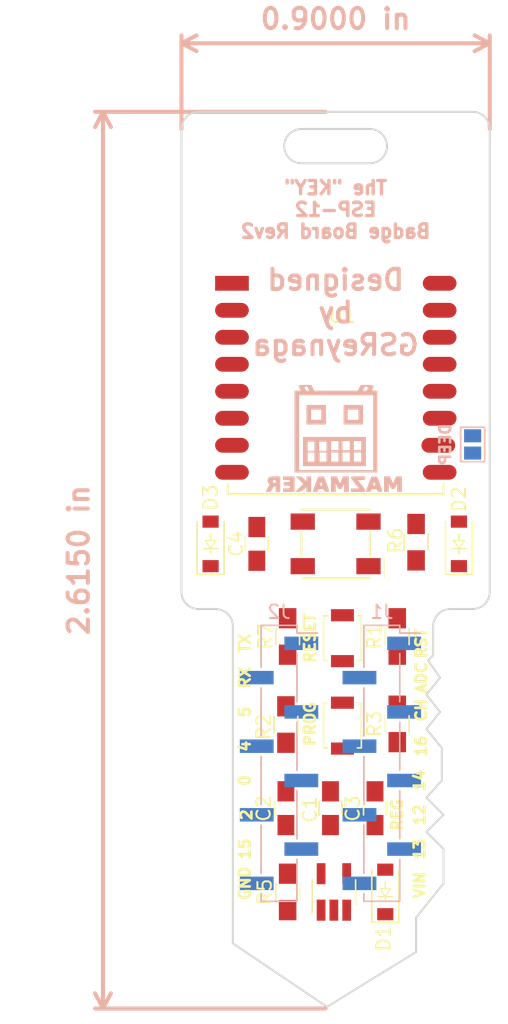
<source format=kicad_pcb>
(kicad_pcb (version 20171130) (host pcbnew 5.0-dev-unknown-d043ef5~62~ubuntu16.04.1)

  (general
    (thickness 1.6)
    (drawings 63)
    (tracks 0)
    (zones 0)
    (modules 22)
    (nets 25)
  )

  (page A4)
  (layers
    (0 F.Cu signal)
    (31 B.Cu signal)
    (32 B.Adhes user)
    (33 F.Adhes user)
    (34 B.Paste user)
    (35 F.Paste user)
    (36 B.SilkS user)
    (37 F.SilkS user)
    (38 B.Mask user)
    (39 F.Mask user)
    (40 Dwgs.User user)
    (41 Cmts.User user)
    (42 Eco1.User user)
    (43 Eco2.User user)
    (44 Edge.Cuts user)
    (45 Margin user)
    (46 B.CrtYd user)
    (47 F.CrtYd user)
    (48 B.Fab user)
    (49 F.Fab user)
  )

  (setup
    (last_trace_width 0.1524)
    (user_trace_width 0.1524)
    (user_trace_width 0.2032)
    (user_trace_width 0.4064)
    (user_trace_width 0.508)
    (user_trace_width 0.6096)
    (user_trace_width 0.8128)
    (user_trace_width 1.016)
    (user_trace_width 1.9812)
    (trace_clearance 0.1524)
    (zone_clearance 0.1524)
    (zone_45_only yes)
    (trace_min 0.1524)
    (segment_width 0.2)
    (edge_width 0.15)
    (via_size 0.6858)
    (via_drill 0.3302)
    (via_min_size 0.6858)
    (via_min_drill 0.3302)
    (uvia_size 0.762)
    (uvia_drill 0.508)
    (uvias_allowed no)
    (uvia_min_size 0)
    (uvia_min_drill 0)
    (pcb_text_width 0.3)
    (pcb_text_size 1.5 1.5)
    (mod_edge_width 0.15)
    (mod_text_size 1 1)
    (mod_text_width 0.15)
    (pad_size 1.524 1.524)
    (pad_drill 0.762)
    (pad_to_mask_clearance 0.2)
    (aux_axis_origin 0 0)
    (visible_elements FFFFBFFF)
    (pcbplotparams
      (layerselection 0x010fc_ffffffff)
      (usegerberextensions false)
      (usegerberattributes true)
      (usegerberadvancedattributes false)
      (creategerberjobfile false)
      (excludeedgelayer true)
      (linewidth 0.100000)
      (plotframeref false)
      (viasonmask false)
      (mode 1)
      (useauxorigin false)
      (hpglpennumber 1)
      (hpglpenspeed 20)
      (hpglpendiameter 15)
      (psnegative false)
      (psa4output false)
      (plotreference true)
      (plotvalue true)
      (plotinvisibletext false)
      (padsonsilk false)
      (subtractmaskfromsilk false)
      (outputformat 1)
      (mirror false)
      (drillshape 0)
      (scaleselection 1)
      (outputdirectory /home/greynaga/Documents/Proyectos/KiCad/ESP12-Break-Complete/gerbers/))
  )

  (net 0 "")
  (net 1 /ADC)
  (net 2 /CH_PD)
  (net 3 /GPIO16)
  (net 4 /GPIO14)
  (net 5 /GPIO12)
  (net 6 /GPIO13)
  (net 7 /3.3V)
  (net 8 /GND)
  (net 9 /GPIO15)
  (net 10 /GPIO2)
  (net 11 /GPIO0)
  (net 12 /GPIO4)
  (net 13 /GPIO5)
  (net 14 /RXD)
  (net 15 /TXD)
  (net 16 "Net-(U2-Pad4)")
  (net 17 "Net-(C2-Pad1)")
  (net 18 /VIN)
  (net 19 "Net-(R5-Pad2)")
  (net 20 /RESET_5V)
  (net 21 /RESET)
  (net 22 /RXD_5V)
  (net 23 "Net-(LED1-Pad4)")
  (net 24 /GPIO)

  (net_class Default "This is the default net class."
    (clearance 0.1524)
    (trace_width 0.1524)
    (via_dia 0.6858)
    (via_drill 0.3302)
    (uvia_dia 0.762)
    (uvia_drill 0.508)
    (add_net /3.3V)
    (add_net /ADC)
    (add_net /CH_PD)
    (add_net /GND)
    (add_net /GPIO)
    (add_net /GPIO0)
    (add_net /GPIO12)
    (add_net /GPIO13)
    (add_net /GPIO14)
    (add_net /GPIO15)
    (add_net /GPIO16)
    (add_net /GPIO2)
    (add_net /GPIO4)
    (add_net /GPIO5)
    (add_net /RESET)
    (add_net /RESET_5V)
    (add_net /RXD)
    (add_net /RXD_5V)
    (add_net /TXD)
    (add_net /VIN)
    (add_net "Net-(C2-Pad1)")
    (add_net "Net-(LED1-Pad4)")
    (add_net "Net-(R5-Pad2)")
    (add_net "Net-(U2-Pad4)")
  )

  (net_class Power ""
    (clearance 0.1524)
    (trace_width 0.6096)
    (via_dia 0.6858)
    (via_drill 0.3302)
    (uvia_dia 0.762)
    (uvia_drill 0.508)
  )

  (module Pin_Headers:Pin_Header_Straight_1x08_Pitch2.54mm_SMD_Pin1Left (layer B.Cu) (tedit 59650532) (tstamp 59FD389B)
    (at 136.775 92.71 180)
    (descr "surface-mounted straight pin header, 1x08, 2.54mm pitch, single row, style 1 (pin 1 left)")
    (tags "Surface mounted pin header SMD 1x08 2.54mm single row style1 pin1 left")
    (path /59DA4456)
    (attr smd)
    (fp_text reference J2 (at 0 11.22 180) (layer B.SilkS)
      (effects (font (size 1 1) (thickness 0.15)) (justify mirror))
    )
    (fp_text value CONN_01X08 (at -10.541 -10.414 180) (layer B.Fab)
      (effects (font (size 1 1) (thickness 0.15)) (justify mirror))
    )
    (fp_text user %R (at 0 0 90) (layer B.Fab)
      (effects (font (size 1 1) (thickness 0.15)) (justify mirror))
    )
    (fp_line (start 3.45 10.7) (end -3.45 10.7) (layer B.CrtYd) (width 0.05))
    (fp_line (start 3.45 -10.7) (end 3.45 10.7) (layer B.CrtYd) (width 0.05))
    (fp_line (start -3.45 -10.7) (end 3.45 -10.7) (layer B.CrtYd) (width 0.05))
    (fp_line (start -3.45 10.7) (end -3.45 -10.7) (layer B.CrtYd) (width 0.05))
    (fp_line (start -1.33 -7.11) (end -1.33 -10.22) (layer B.SilkS) (width 0.12))
    (fp_line (start -1.33 -2.03) (end -1.33 -5.59) (layer B.SilkS) (width 0.12))
    (fp_line (start -1.33 3.05) (end -1.33 -0.51) (layer B.SilkS) (width 0.12))
    (fp_line (start -1.33 8.13) (end -1.33 4.57) (layer B.SilkS) (width 0.12))
    (fp_line (start 1.33 -4.57) (end 1.33 -8.13) (layer B.SilkS) (width 0.12))
    (fp_line (start 1.33 0.51) (end 1.33 -3.05) (layer B.SilkS) (width 0.12))
    (fp_line (start 1.33 5.59) (end 1.33 2.03) (layer B.SilkS) (width 0.12))
    (fp_line (start 1.33 -9.65) (end 1.33 -10.22) (layer B.SilkS) (width 0.12))
    (fp_line (start -1.33 10.22) (end -1.33 9.65) (layer B.SilkS) (width 0.12))
    (fp_line (start -1.33 9.65) (end -2.85 9.65) (layer B.SilkS) (width 0.12))
    (fp_line (start 1.33 10.22) (end 1.33 7.11) (layer B.SilkS) (width 0.12))
    (fp_line (start -1.33 -10.22) (end 1.33 -10.22) (layer B.SilkS) (width 0.12))
    (fp_line (start -1.33 10.22) (end 1.33 10.22) (layer B.SilkS) (width 0.12))
    (fp_line (start 2.54 -9.21) (end 1.27 -9.21) (layer B.Fab) (width 0.1))
    (fp_line (start 2.54 -8.57) (end 2.54 -9.21) (layer B.Fab) (width 0.1))
    (fp_line (start 1.27 -8.57) (end 2.54 -8.57) (layer B.Fab) (width 0.1))
    (fp_line (start 2.54 -4.13) (end 1.27 -4.13) (layer B.Fab) (width 0.1))
    (fp_line (start 2.54 -3.49) (end 2.54 -4.13) (layer B.Fab) (width 0.1))
    (fp_line (start 1.27 -3.49) (end 2.54 -3.49) (layer B.Fab) (width 0.1))
    (fp_line (start 2.54 0.95) (end 1.27 0.95) (layer B.Fab) (width 0.1))
    (fp_line (start 2.54 1.59) (end 2.54 0.95) (layer B.Fab) (width 0.1))
    (fp_line (start 1.27 1.59) (end 2.54 1.59) (layer B.Fab) (width 0.1))
    (fp_line (start 2.54 6.03) (end 1.27 6.03) (layer B.Fab) (width 0.1))
    (fp_line (start 2.54 6.67) (end 2.54 6.03) (layer B.Fab) (width 0.1))
    (fp_line (start 1.27 6.67) (end 2.54 6.67) (layer B.Fab) (width 0.1))
    (fp_line (start -2.54 -6.67) (end -1.27 -6.67) (layer B.Fab) (width 0.1))
    (fp_line (start -2.54 -6.03) (end -2.54 -6.67) (layer B.Fab) (width 0.1))
    (fp_line (start -1.27 -6.03) (end -2.54 -6.03) (layer B.Fab) (width 0.1))
    (fp_line (start -2.54 -1.59) (end -1.27 -1.59) (layer B.Fab) (width 0.1))
    (fp_line (start -2.54 -0.95) (end -2.54 -1.59) (layer B.Fab) (width 0.1))
    (fp_line (start -1.27 -0.95) (end -2.54 -0.95) (layer B.Fab) (width 0.1))
    (fp_line (start -2.54 3.49) (end -1.27 3.49) (layer B.Fab) (width 0.1))
    (fp_line (start -2.54 4.13) (end -2.54 3.49) (layer B.Fab) (width 0.1))
    (fp_line (start -1.27 4.13) (end -2.54 4.13) (layer B.Fab) (width 0.1))
    (fp_line (start -2.54 8.57) (end -1.27 8.57) (layer B.Fab) (width 0.1))
    (fp_line (start -2.54 9.21) (end -2.54 8.57) (layer B.Fab) (width 0.1))
    (fp_line (start -1.27 9.21) (end -2.54 9.21) (layer B.Fab) (width 0.1))
    (fp_line (start 1.27 10.16) (end 1.27 -10.16) (layer B.Fab) (width 0.1))
    (fp_line (start -1.27 9.21) (end -0.32 10.16) (layer B.Fab) (width 0.1))
    (fp_line (start -1.27 -10.16) (end -1.27 9.21) (layer B.Fab) (width 0.1))
    (fp_line (start -0.32 10.16) (end 1.27 10.16) (layer B.Fab) (width 0.1))
    (fp_line (start 1.27 -10.16) (end -1.27 -10.16) (layer B.Fab) (width 0.1))
    (pad 8 smd rect (at 1.655 -8.89 180) (size 2.51 1) (layers B.Cu B.Paste B.Mask)
      (net 8 /GND))
    (pad 6 smd rect (at 1.655 -3.81 180) (size 2.51 1) (layers B.Cu B.Paste B.Mask)
      (net 10 /GPIO2))
    (pad 4 smd rect (at 1.655 1.27 180) (size 2.51 1) (layers B.Cu B.Paste B.Mask)
      (net 12 /GPIO4))
    (pad 2 smd rect (at 1.655 6.35 180) (size 2.51 1) (layers B.Cu B.Paste B.Mask)
      (net 22 /RXD_5V))
    (pad 7 smd rect (at -1.655 -6.35 180) (size 2.51 1) (layers B.Cu B.Paste B.Mask)
      (net 9 /GPIO15))
    (pad 5 smd rect (at -1.655 -1.27 180) (size 2.51 1) (layers B.Cu B.Paste B.Mask)
      (net 11 /GPIO0))
    (pad 3 smd rect (at -1.655 3.81 180) (size 2.51 1) (layers B.Cu B.Paste B.Mask)
      (net 13 /GPIO5))
    (pad 1 smd rect (at -1.655 8.89 180) (size 2.51 1) (layers B.Cu B.Paste B.Mask)
      (net 15 /TXD))
    (model ${KISYS3DMOD}/Pin_Headers.3dshapes/Pin_Header_Straight_1x08_Pitch2.54mm_SMD_Pin1Left.wrl
      (at (xyz 0 0 0))
      (scale (xyz 1 1 1))
      (rotate (xyz 0 0 0))
    )
  )

  (module ESP8266:ESP-12S_SMD (layer F.Cu) (tedit 597EAC42) (tstamp 59FD38C3)
    (at 133.985 57.15)
    (descr "Module, ESP-8266, ESP-12, 16 pad, SMD")
    (tags "Module ESP-8266 ESP8266")
    (path /59DA4360)
    (attr smd)
    (fp_text reference U1 (at 7.493 2.413) (layer F.SilkS)
      (effects (font (size 1 1) (thickness 0.15)))
    )
    (fp_text value ESP-12 (at 8 1) (layer F.Fab)
      (effects (font (size 1 1) (thickness 0.15)))
    )
    (fp_line (start -2.25 -0.5) (end -2.25 -8.75) (layer F.CrtYd) (width 0.05))
    (fp_line (start -2.25 -8.75) (end 15.25 -8.75) (layer F.CrtYd) (width 0.05))
    (fp_line (start 15.25 -8.75) (end 16.25 -8.75) (layer F.CrtYd) (width 0.05))
    (fp_line (start 16.25 -8.75) (end 16.25 16) (layer F.CrtYd) (width 0.05))
    (fp_line (start 16.25 16) (end -2.25 16) (layer F.CrtYd) (width 0.05))
    (fp_line (start -2.25 16) (end -2.25 -0.5) (layer F.CrtYd) (width 0.05))
    (fp_line (start -1.016 -8.382) (end 14.986 -8.382) (layer F.CrtYd) (width 0.1524))
    (fp_line (start 14.986 -8.382) (end 14.986 -0.889) (layer F.CrtYd) (width 0.1524))
    (fp_line (start -1.016 -8.382) (end -1.016 -1.016) (layer F.CrtYd) (width 0.1524))
    (fp_line (start -1.016 14.859) (end -1.016 15.621) (layer F.SilkS) (width 0.1524))
    (fp_line (start -1.016 15.621) (end 14.986 15.621) (layer F.SilkS) (width 0.1524))
    (fp_line (start 14.986 15.621) (end 14.986 14.859) (layer F.SilkS) (width 0.1524))
    (fp_line (start 14.992 -8.4) (end -1.008 -2.6) (layer F.CrtYd) (width 0.1524))
    (fp_line (start -1.008 -8.4) (end 14.992 -2.6) (layer F.CrtYd) (width 0.1524))
    (fp_text user "No Copper" (at 6.892 -5.4) (layer F.CrtYd)
      (effects (font (size 1 1) (thickness 0.15)))
    )
    (fp_line (start -1.008 -2.6) (end 14.992 -2.6) (layer F.CrtYd) (width 0.1524))
    (fp_line (start 15 -8.4) (end 15 15.6) (layer F.Fab) (width 0.05))
    (fp_line (start 14.992 15.6) (end -1.008 15.6) (layer F.Fab) (width 0.05))
    (fp_line (start -1.008 15.6) (end -1.008 -8.4) (layer F.Fab) (width 0.05))
    (fp_line (start -1.008 -8.4) (end 14.992 -8.4) (layer F.Fab) (width 0.05))
    (pad 1 smd rect (at 0 0) (size 2.5 1.1) (drill (offset -0.7 0)) (layers F.Cu F.Paste F.Mask)
      (net 21 /RESET))
    (pad 2 smd oval (at 0 2) (size 2.5 1.1) (drill (offset -0.7 0)) (layers F.Cu F.Paste F.Mask)
      (net 1 /ADC))
    (pad 3 smd oval (at 0 4) (size 2.5 1.1) (drill (offset -0.7 0)) (layers F.Cu F.Paste F.Mask)
      (net 2 /CH_PD))
    (pad 4 smd oval (at 0 6) (size 2.5 1.1) (drill (offset -0.7 0)) (layers F.Cu F.Paste F.Mask)
      (net 3 /GPIO16))
    (pad 5 smd oval (at 0 8) (size 2.5 1.1) (drill (offset -0.7 0)) (layers F.Cu F.Paste F.Mask)
      (net 4 /GPIO14))
    (pad 6 smd oval (at 0 10) (size 2.5 1.1) (drill (offset -0.7 0)) (layers F.Cu F.Paste F.Mask)
      (net 5 /GPIO12))
    (pad 7 smd oval (at 0 12) (size 2.5 1.1) (drill (offset -0.7 0)) (layers F.Cu F.Paste F.Mask)
      (net 6 /GPIO13))
    (pad 8 smd oval (at 0 14) (size 2.5 1.1) (drill (offset -0.7 0)) (layers F.Cu F.Paste F.Mask)
      (net 7 /3.3V))
    (pad 9 smd oval (at 14 14) (size 2.5 1.1) (drill (offset 0.7 0)) (layers F.Cu F.Paste F.Mask)
      (net 8 /GND))
    (pad 10 smd oval (at 14 12) (size 2.5 1.1) (drill (offset 0.6 0)) (layers F.Cu F.Paste F.Mask)
      (net 9 /GPIO15))
    (pad 11 smd oval (at 14 10) (size 2.5 1.1) (drill (offset 0.7 0)) (layers F.Cu F.Paste F.Mask)
      (net 10 /GPIO2))
    (pad 12 smd oval (at 14 8) (size 2.5 1.1) (drill (offset 0.7 0)) (layers F.Cu F.Paste F.Mask)
      (net 11 /GPIO0))
    (pad 13 smd oval (at 14 6) (size 2.5 1.1) (drill (offset 0.7 0)) (layers F.Cu F.Paste F.Mask)
      (net 12 /GPIO4))
    (pad 14 smd oval (at 14 4) (size 2.5 1.1) (drill (offset 0.7 0)) (layers F.Cu F.Paste F.Mask)
      (net 13 /GPIO5))
    (pad 15 smd oval (at 14 2) (size 2.5 1.1) (drill (offset 0.7 0)) (layers F.Cu F.Paste F.Mask)
      (net 14 /RXD))
    (pad 16 smd oval (at 14 0) (size 2.5 1.1) (drill (offset 0.7 0)) (layers F.Cu F.Paste F.Mask)
      (net 15 /TXD))
    (model ${KISYS3DMOD}/ESP8266.3dshapes/ESP-12S.wrl
      (offset (xyz -1.000759984970093 -15.49907976722717 0.2539999961853027))
      (scale (xyz 0.3937 0.3937 0.3937))
      (rotate (xyz -90 0 -0))
    )
  )

  (module Capacitors_SMD:C_0805_HandSoldering (layer F.Cu) (tedit 58AA84A8) (tstamp 59FE989E)
    (at 140.589 96.032 90)
    (descr "Capacitor SMD 0805, hand soldering")
    (tags "capacitor 0805")
    (path /5A911132)
    (attr smd)
    (fp_text reference C1 (at -0.107 -1.524 90) (layer F.SilkS)
      (effects (font (size 1 1) (thickness 0.15)))
    )
    (fp_text value 1uF (at 0.02 -1.778 90) (layer F.Fab)
      (effects (font (size 1 1) (thickness 0.15)))
    )
    (fp_line (start 2.25 0.87) (end -2.25 0.87) (layer F.CrtYd) (width 0.05))
    (fp_line (start 2.25 0.87) (end 2.25 -0.88) (layer F.CrtYd) (width 0.05))
    (fp_line (start -2.25 -0.88) (end -2.25 0.87) (layer F.CrtYd) (width 0.05))
    (fp_line (start -2.25 -0.88) (end 2.25 -0.88) (layer F.CrtYd) (width 0.05))
    (fp_line (start -0.5 0.85) (end 0.5 0.85) (layer F.SilkS) (width 0.12))
    (fp_line (start 0.5 -0.85) (end -0.5 -0.85) (layer F.SilkS) (width 0.12))
    (fp_line (start -1 -0.62) (end 1 -0.62) (layer F.Fab) (width 0.1))
    (fp_line (start 1 -0.62) (end 1 0.62) (layer F.Fab) (width 0.1))
    (fp_line (start 1 0.62) (end -1 0.62) (layer F.Fab) (width 0.1))
    (fp_line (start -1 0.62) (end -1 -0.62) (layer F.Fab) (width 0.1))
    (fp_text user %R (at -0.107 -1.524 90) (layer F.Fab)
      (effects (font (size 1 1) (thickness 0.15)))
    )
    (pad 2 smd rect (at 1.25 0 90) (size 1.5 1.25) (layers F.Cu F.Paste F.Mask)
      (net 8 /GND))
    (pad 1 smd rect (at -1.25 0 90) (size 1.5 1.25) (layers F.Cu F.Paste F.Mask)
      (net 7 /3.3V))
    (model Capacitors_SMD.3dshapes/C_0805.wrl
      (at (xyz 0 0 0))
      (scale (xyz 1 1 1))
      (rotate (xyz 0 0 0))
    )
  )

  (module Resistors_SMD:R_0805_HandSoldering (layer F.Cu) (tedit 58E0A804) (tstamp 59FE98BD)
    (at 145.542 83.312 90)
    (descr "Resistor SMD 0805, hand soldering")
    (tags "resistor 0805")
    (path /59E1902F)
    (attr smd)
    (fp_text reference R1 (at 0 -1.7 90) (layer F.SilkS)
      (effects (font (size 1 1) (thickness 0.15)))
    )
    (fp_text value 10k (at 0 1.75 90) (layer F.Fab)
      (effects (font (size 1 1) (thickness 0.15)))
    )
    (fp_line (start 2.35 0.9) (end -2.35 0.9) (layer F.CrtYd) (width 0.05))
    (fp_line (start 2.35 0.9) (end 2.35 -0.9) (layer F.CrtYd) (width 0.05))
    (fp_line (start -2.35 -0.9) (end -2.35 0.9) (layer F.CrtYd) (width 0.05))
    (fp_line (start -2.35 -0.9) (end 2.35 -0.9) (layer F.CrtYd) (width 0.05))
    (fp_line (start -0.6 -0.88) (end 0.6 -0.88) (layer F.SilkS) (width 0.12))
    (fp_line (start 0.6 0.88) (end -0.6 0.88) (layer F.SilkS) (width 0.12))
    (fp_line (start -1 -0.62) (end 1 -0.62) (layer F.Fab) (width 0.1))
    (fp_line (start 1 -0.62) (end 1 0.62) (layer F.Fab) (width 0.1))
    (fp_line (start 1 0.62) (end -1 0.62) (layer F.Fab) (width 0.1))
    (fp_line (start -1 0.62) (end -1 -0.62) (layer F.Fab) (width 0.1))
    (fp_text user %R (at 0 0 90) (layer F.Fab)
      (effects (font (size 0.5 0.5) (thickness 0.075)))
    )
    (pad 2 smd rect (at 1.35 0 90) (size 1.5 1.3) (layers F.Cu F.Paste F.Mask)
      (net 2 /CH_PD))
    (pad 1 smd rect (at -1.35 0 90) (size 1.5 1.3) (layers F.Cu F.Paste F.Mask)
      (net 7 /3.3V))
    (model ${KISYS3DMOD}/Resistors_SMD.3dshapes/R_0805.wrl
      (at (xyz 0 0 0))
      (scale (xyz 1 1 1))
      (rotate (xyz 0 0 0))
    )
  )

  (module Resistors_SMD:R_0805_HandSoldering (layer F.Cu) (tedit 58E0A804) (tstamp 59FE98CE)
    (at 137.287 89.836 270)
    (descr "Resistor SMD 0805, hand soldering")
    (tags "resistor 0805")
    (path /5A9260AC)
    (attr smd)
    (fp_text reference R2 (at 0.174 1.651 270) (layer F.SilkS)
      (effects (font (size 1 1) (thickness 0.15)))
    )
    (fp_text value 10k (at 0.047 -1.651 270) (layer F.Fab)
      (effects (font (size 1 1) (thickness 0.15)))
    )
    (fp_text user %R (at 0 0 270) (layer F.Fab)
      (effects (font (size 0.5 0.5) (thickness 0.075)))
    )
    (fp_line (start -1 0.62) (end -1 -0.62) (layer F.Fab) (width 0.1))
    (fp_line (start 1 0.62) (end -1 0.62) (layer F.Fab) (width 0.1))
    (fp_line (start 1 -0.62) (end 1 0.62) (layer F.Fab) (width 0.1))
    (fp_line (start -1 -0.62) (end 1 -0.62) (layer F.Fab) (width 0.1))
    (fp_line (start 0.6 0.88) (end -0.6 0.88) (layer F.SilkS) (width 0.12))
    (fp_line (start -0.6 -0.88) (end 0.6 -0.88) (layer F.SilkS) (width 0.12))
    (fp_line (start -2.35 -0.9) (end 2.35 -0.9) (layer F.CrtYd) (width 0.05))
    (fp_line (start -2.35 -0.9) (end -2.35 0.9) (layer F.CrtYd) (width 0.05))
    (fp_line (start 2.35 0.9) (end 2.35 -0.9) (layer F.CrtYd) (width 0.05))
    (fp_line (start 2.35 0.9) (end -2.35 0.9) (layer F.CrtYd) (width 0.05))
    (pad 1 smd rect (at -1.35 0 270) (size 1.5 1.3) (layers F.Cu F.Paste F.Mask)
      (net 24 /GPIO))
    (pad 2 smd rect (at 1.35 0 270) (size 1.5 1.3) (layers F.Cu F.Paste F.Mask)
      (net 7 /3.3V))
    (model ${KISYS3DMOD}/Resistors_SMD.3dshapes/R_0805.wrl
      (at (xyz 0 0 0))
      (scale (xyz 1 1 1))
      (rotate (xyz 0 0 0))
    )
  )

  (module Resistors_SMD:R_0805_HandSoldering (layer F.Cu) (tedit 58E0A804) (tstamp 59FE98DF)
    (at 145.542 89.789 90)
    (descr "Resistor SMD 0805, hand soldering")
    (tags "resistor 0805")
    (path /59E19151)
    (attr smd)
    (fp_text reference R3 (at 0 -1.7 90) (layer F.SilkS)
      (effects (font (size 1 1) (thickness 0.15)))
    )
    (fp_text value 10k (at 0 1.75 90) (layer F.Fab)
      (effects (font (size 1 1) (thickness 0.15)))
    )
    (fp_line (start 2.35 0.9) (end -2.35 0.9) (layer F.CrtYd) (width 0.05))
    (fp_line (start 2.35 0.9) (end 2.35 -0.9) (layer F.CrtYd) (width 0.05))
    (fp_line (start -2.35 -0.9) (end -2.35 0.9) (layer F.CrtYd) (width 0.05))
    (fp_line (start -2.35 -0.9) (end 2.35 -0.9) (layer F.CrtYd) (width 0.05))
    (fp_line (start -0.6 -0.88) (end 0.6 -0.88) (layer F.SilkS) (width 0.12))
    (fp_line (start 0.6 0.88) (end -0.6 0.88) (layer F.SilkS) (width 0.12))
    (fp_line (start -1 -0.62) (end 1 -0.62) (layer F.Fab) (width 0.1))
    (fp_line (start 1 -0.62) (end 1 0.62) (layer F.Fab) (width 0.1))
    (fp_line (start 1 0.62) (end -1 0.62) (layer F.Fab) (width 0.1))
    (fp_line (start -1 0.62) (end -1 -0.62) (layer F.Fab) (width 0.1))
    (fp_text user %R (at 0 0 90) (layer F.Fab)
      (effects (font (size 0.5 0.5) (thickness 0.075)))
    )
    (pad 2 smd rect (at 1.35 0 90) (size 1.5 1.3) (layers F.Cu F.Paste F.Mask)
      (net 7 /3.3V))
    (pad 1 smd rect (at -1.35 0 90) (size 1.5 1.3) (layers F.Cu F.Paste F.Mask)
      (net 21 /RESET))
    (model ${KISYS3DMOD}/Resistors_SMD.3dshapes/R_0805.wrl
      (at (xyz 0 0 0))
      (scale (xyz 1 1 1))
      (rotate (xyz 0 0 0))
    )
  )

  (module TO_SOT_Packages_SMD:SOT-23-5_HandSoldering (layer F.Cu) (tedit 5A8DEBE9) (tstamp 59FE9905)
    (at 140.843 102.235 90)
    (descr "5-pin SOT23 package")
    (tags "SOT-23-5 hand-soldering")
    (path /59E3910A)
    (attr smd)
    (fp_text reference U2 (at 1.1384 -2.4663 90) (layer F.SilkS) hide
      (effects (font (size 0.8 0.8) (thickness 0.15)))
    )
    (fp_text value AP2112K-3.3TRG1 (at 0.047 11.75 90) (layer F.Fab)
      (effects (font (size 1 1) (thickness 0.15)))
    )
    (fp_line (start 2.38 1.8) (end -2.38 1.8) (layer F.CrtYd) (width 0.05))
    (fp_line (start 2.38 1.8) (end 2.38 -1.8) (layer F.CrtYd) (width 0.05))
    (fp_line (start -2.38 -1.8) (end -2.38 1.8) (layer F.CrtYd) (width 0.05))
    (fp_line (start -2.38 -1.8) (end 2.38 -1.8) (layer F.CrtYd) (width 0.05))
    (fp_line (start 0.9 -1.55) (end 0.9 1.55) (layer F.Fab) (width 0.1))
    (fp_line (start 0.9 1.55) (end -0.9 1.55) (layer F.Fab) (width 0.1))
    (fp_line (start -0.9 -0.9) (end -0.9 1.55) (layer F.Fab) (width 0.1))
    (fp_line (start 0.9 -1.55) (end -0.25 -1.55) (layer F.Fab) (width 0.1))
    (fp_line (start -0.9 -0.9) (end -0.25 -1.55) (layer F.Fab) (width 0.1))
    (fp_line (start 0.9 -1.61) (end -1.55 -1.61) (layer F.SilkS) (width 0.12))
    (fp_line (start -0.9 1.61) (end 0.9 1.61) (layer F.SilkS) (width 0.12))
    (fp_text user %R (at 0 0 -180) (layer F.Fab)
      (effects (font (size 0.5 0.5) (thickness 0.075)))
    )
    (pad 5 smd rect (at 1.35 -0.95 90) (size 1.56 0.65) (layers F.Cu F.Paste F.Mask)
      (net 7 /3.3V))
    (pad 4 smd rect (at 1.35 0.95 90) (size 1.56 0.65) (layers F.Cu F.Paste F.Mask)
      (net 16 "Net-(U2-Pad4)"))
    (pad 3 smd rect (at -1.35 0.95 90) (size 1.56 0.65) (layers F.Cu F.Paste F.Mask)
      (net 19 "Net-(R5-Pad2)"))
    (pad 2 smd rect (at -1.35 0 90) (size 1.56 0.65) (layers F.Cu F.Paste F.Mask)
      (net 8 /GND))
    (pad 1 smd rect (at -1.35 -0.95 90) (size 1.56 0.65) (layers F.Cu F.Paste F.Mask)
      (net 17 "Net-(C2-Pad1)"))
    (model ${KISYS3DMOD}/TO_SOT_Packages_SMD.3dshapes/SOT-23-5.wrl
      (at (xyz 0 0 0))
      (scale (xyz 1 1 1))
      (rotate (xyz 0 0 0))
    )
  )

  (module Capacitors_SMD:C_0805_HandSoldering (layer F.Cu) (tedit 58AA84A8) (tstamp 59E3BC1F)
    (at 137.287 96.032 270)
    (descr "Capacitor SMD 0805, hand soldering")
    (tags "capacitor 0805")
    (path /59E39F0B)
    (attr smd)
    (fp_text reference C2 (at 0.02 1.651 270) (layer F.SilkS)
      (effects (font (size 1 1) (thickness 0.15)))
    )
    (fp_text value 10uF (at -0.107 -1.651 270) (layer F.Fab)
      (effects (font (size 1 1) (thickness 0.15)))
    )
    (fp_text user %R (at 0.02 1.651 270) (layer F.Fab)
      (effects (font (size 1 1) (thickness 0.15)))
    )
    (fp_line (start -1 0.62) (end -1 -0.62) (layer F.Fab) (width 0.1))
    (fp_line (start 1 0.62) (end -1 0.62) (layer F.Fab) (width 0.1))
    (fp_line (start 1 -0.62) (end 1 0.62) (layer F.Fab) (width 0.1))
    (fp_line (start -1 -0.62) (end 1 -0.62) (layer F.Fab) (width 0.1))
    (fp_line (start 0.5 -0.85) (end -0.5 -0.85) (layer F.SilkS) (width 0.12))
    (fp_line (start -0.5 0.85) (end 0.5 0.85) (layer F.SilkS) (width 0.12))
    (fp_line (start -2.25 -0.88) (end 2.25 -0.88) (layer F.CrtYd) (width 0.05))
    (fp_line (start -2.25 -0.88) (end -2.25 0.87) (layer F.CrtYd) (width 0.05))
    (fp_line (start 2.25 0.87) (end 2.25 -0.88) (layer F.CrtYd) (width 0.05))
    (fp_line (start 2.25 0.87) (end -2.25 0.87) (layer F.CrtYd) (width 0.05))
    (pad 1 smd rect (at -1.25 0 270) (size 1.5 1.25) (layers F.Cu F.Paste F.Mask)
      (net 17 "Net-(C2-Pad1)"))
    (pad 2 smd rect (at 1.25 0 270) (size 1.5 1.25) (layers F.Cu F.Paste F.Mask)
      (net 8 /GND))
    (model Capacitors_SMD.3dshapes/C_0805.wrl
      (at (xyz 0 0 0))
      (scale (xyz 1 1 1))
      (rotate (xyz 0 0 0))
    )
  )

  (module Capacitors_SMD:C_0805_HandSoldering (layer F.Cu) (tedit 58AA84A8) (tstamp 59E3BC30)
    (at 143.891 96.032 270)
    (descr "Capacitor SMD 0805, hand soldering")
    (tags "capacitor 0805")
    (path /59E39EB5)
    (attr smd)
    (fp_text reference C3 (at 0.02 1.651 270) (layer F.SilkS)
      (effects (font (size 1 1) (thickness 0.15)))
    )
    (fp_text value 10uF (at 0 -1.778 270) (layer F.Fab)
      (effects (font (size 1 1) (thickness 0.15)))
    )
    (fp_line (start 2.25 0.87) (end -2.25 0.87) (layer F.CrtYd) (width 0.05))
    (fp_line (start 2.25 0.87) (end 2.25 -0.88) (layer F.CrtYd) (width 0.05))
    (fp_line (start -2.25 -0.88) (end -2.25 0.87) (layer F.CrtYd) (width 0.05))
    (fp_line (start -2.25 -0.88) (end 2.25 -0.88) (layer F.CrtYd) (width 0.05))
    (fp_line (start -0.5 0.85) (end 0.5 0.85) (layer F.SilkS) (width 0.12))
    (fp_line (start 0.5 -0.85) (end -0.5 -0.85) (layer F.SilkS) (width 0.12))
    (fp_line (start -1 -0.62) (end 1 -0.62) (layer F.Fab) (width 0.1))
    (fp_line (start 1 -0.62) (end 1 0.62) (layer F.Fab) (width 0.1))
    (fp_line (start 1 0.62) (end -1 0.62) (layer F.Fab) (width 0.1))
    (fp_line (start -1 0.62) (end -1 -0.62) (layer F.Fab) (width 0.1))
    (fp_text user %R (at 0.02 1.651 270) (layer F.Fab)
      (effects (font (size 1 1) (thickness 0.15)))
    )
    (pad 2 smd rect (at 1.25 0 270) (size 1.5 1.25) (layers F.Cu F.Paste F.Mask)
      (net 8 /GND))
    (pad 1 smd rect (at -1.25 0 270) (size 1.5 1.25) (layers F.Cu F.Paste F.Mask)
      (net 7 /3.3V))
    (model Capacitors_SMD.3dshapes/C_0805.wrl
      (at (xyz 0 0 0))
      (scale (xyz 1 1 1))
      (rotate (xyz 0 0 0))
    )
  )

  (module Resistors_SMD:R_0805_HandSoldering (layer F.Cu) (tedit 58E0A804) (tstamp 59E3BC5A)
    (at 137.414 102.235 90)
    (descr "Resistor SMD 0805, hand soldering")
    (tags "resistor 0805")
    (path /59E3A03B)
    (attr smd)
    (fp_text reference R5 (at 0 -1.7 90) (layer F.SilkS)
      (effects (font (size 1 1) (thickness 0.15)))
    )
    (fp_text value 10k (at 0 1.75 90) (layer F.Fab)
      (effects (font (size 1 1) (thickness 0.15)))
    )
    (fp_line (start 2.35 0.9) (end -2.35 0.9) (layer F.CrtYd) (width 0.05))
    (fp_line (start 2.35 0.9) (end 2.35 -0.9) (layer F.CrtYd) (width 0.05))
    (fp_line (start -2.35 -0.9) (end -2.35 0.9) (layer F.CrtYd) (width 0.05))
    (fp_line (start -2.35 -0.9) (end 2.35 -0.9) (layer F.CrtYd) (width 0.05))
    (fp_line (start -0.6 -0.88) (end 0.6 -0.88) (layer F.SilkS) (width 0.12))
    (fp_line (start 0.6 0.88) (end -0.6 0.88) (layer F.SilkS) (width 0.12))
    (fp_line (start -1 -0.62) (end 1 -0.62) (layer F.Fab) (width 0.1))
    (fp_line (start 1 -0.62) (end 1 0.62) (layer F.Fab) (width 0.1))
    (fp_line (start 1 0.62) (end -1 0.62) (layer F.Fab) (width 0.1))
    (fp_line (start -1 0.62) (end -1 -0.62) (layer F.Fab) (width 0.1))
    (fp_text user %R (at 0 0 90) (layer F.Fab)
      (effects (font (size 0.5 0.5) (thickness 0.075)))
    )
    (pad 2 smd rect (at 1.35 0 90) (size 1.5 1.3) (layers F.Cu F.Paste F.Mask)
      (net 19 "Net-(R5-Pad2)"))
    (pad 1 smd rect (at -1.35 0 90) (size 1.5 1.3) (layers F.Cu F.Paste F.Mask)
      (net 17 "Net-(C2-Pad1)"))
    (model ${KISYS3DMOD}/Resistors_SMD.3dshapes/R_0805.wrl
      (at (xyz 0 0 0))
      (scale (xyz 1 1 1))
      (rotate (xyz 0 0 0))
    )
  )

  (module Connectors:GS2 (layer B.Cu) (tedit 5A8DEBA2) (tstamp 5A8DDB0C)
    (at 151.13 69.088 180)
    (descr "2-pin solder bridge")
    (tags "solder bridge")
    (path /59E37127)
    (attr smd)
    (fp_text reference J3 (at 1.78 0 270) (layer B.SilkS) hide
      (effects (font (size 1 1) (thickness 0.15)) (justify mirror))
    )
    (fp_text value GS2 (at -1.8 0 90) (layer B.Fab)
      (effects (font (size 1 1) (thickness 0.15)) (justify mirror))
    )
    (fp_line (start -0.89 1.27) (end 0.89 1.27) (layer B.SilkS) (width 0.12))
    (fp_line (start 0.89 -1.27) (end -0.89 -1.27) (layer B.SilkS) (width 0.12))
    (fp_line (start 0.89 -1.27) (end 0.89 1.27) (layer B.SilkS) (width 0.12))
    (fp_line (start -0.89 1.27) (end -0.89 -1.27) (layer B.SilkS) (width 0.12))
    (fp_line (start -1.1 1.45) (end 1.1 1.45) (layer B.CrtYd) (width 0.05))
    (fp_line (start -1.1 -1.5) (end -1.1 1.45) (layer B.CrtYd) (width 0.05))
    (fp_line (start 1.1 -1.5) (end -1.1 -1.5) (layer B.CrtYd) (width 0.05))
    (fp_line (start 1.1 1.45) (end 1.1 -1.5) (layer B.CrtYd) (width 0.05))
    (pad 2 smd rect (at 0 -0.64 180) (size 1.27 0.97) (layers B.Cu B.Paste B.Mask)
      (net 9 /GPIO15))
    (pad 1 smd rect (at 0 0.64 180) (size 1.27 0.97) (layers B.Cu B.Paste B.Mask)
      (net 21 /RESET))
  )

  (module Pin_Headers:Pin_Header_Straight_1x08_Pitch2.54mm_SMD_Pin1Left (layer B.Cu) (tedit 59650532) (tstamp 59FD387F)
    (at 144.395 92.71 180)
    (descr "surface-mounted straight pin header, 1x08, 2.54mm pitch, single row, style 1 (pin 1 left)")
    (tags "Surface mounted pin header SMD 1x08 2.54mm single row style1 pin1 left")
    (path /59DA44DE)
    (attr smd)
    (fp_text reference J1 (at 0 11.22 180) (layer B.SilkS)
      (effects (font (size 1 1) (thickness 0.15)) (justify mirror))
    )
    (fp_text value CONN_01X08 (at -6.1 0.254 270) (layer B.Fab)
      (effects (font (size 1 1) (thickness 0.15)) (justify mirror))
    )
    (fp_text user %R (at 0 0 90) (layer B.Fab)
      (effects (font (size 1 1) (thickness 0.15)) (justify mirror))
    )
    (fp_line (start 3.45 10.7) (end -3.45 10.7) (layer B.CrtYd) (width 0.05))
    (fp_line (start 3.45 -10.7) (end 3.45 10.7) (layer B.CrtYd) (width 0.05))
    (fp_line (start -3.45 -10.7) (end 3.45 -10.7) (layer B.CrtYd) (width 0.05))
    (fp_line (start -3.45 10.7) (end -3.45 -10.7) (layer B.CrtYd) (width 0.05))
    (fp_line (start -1.33 -7.11) (end -1.33 -10.22) (layer B.SilkS) (width 0.12))
    (fp_line (start -1.33 -2.03) (end -1.33 -5.59) (layer B.SilkS) (width 0.12))
    (fp_line (start -1.33 3.05) (end -1.33 -0.51) (layer B.SilkS) (width 0.12))
    (fp_line (start -1.33 8.13) (end -1.33 4.57) (layer B.SilkS) (width 0.12))
    (fp_line (start 1.33 -4.57) (end 1.33 -8.13) (layer B.SilkS) (width 0.12))
    (fp_line (start 1.33 0.51) (end 1.33 -3.05) (layer B.SilkS) (width 0.12))
    (fp_line (start 1.33 5.59) (end 1.33 2.03) (layer B.SilkS) (width 0.12))
    (fp_line (start 1.33 -9.65) (end 1.33 -10.22) (layer B.SilkS) (width 0.12))
    (fp_line (start -1.33 10.22) (end -1.33 9.65) (layer B.SilkS) (width 0.12))
    (fp_line (start -1.33 9.65) (end -2.85 9.65) (layer B.SilkS) (width 0.12))
    (fp_line (start 1.33 10.22) (end 1.33 7.11) (layer B.SilkS) (width 0.12))
    (fp_line (start -1.33 -10.22) (end 1.33 -10.22) (layer B.SilkS) (width 0.12))
    (fp_line (start -1.33 10.22) (end 1.33 10.22) (layer B.SilkS) (width 0.12))
    (fp_line (start 2.54 -9.21) (end 1.27 -9.21) (layer B.Fab) (width 0.1))
    (fp_line (start 2.54 -8.57) (end 2.54 -9.21) (layer B.Fab) (width 0.1))
    (fp_line (start 1.27 -8.57) (end 2.54 -8.57) (layer B.Fab) (width 0.1))
    (fp_line (start 2.54 -4.13) (end 1.27 -4.13) (layer B.Fab) (width 0.1))
    (fp_line (start 2.54 -3.49) (end 2.54 -4.13) (layer B.Fab) (width 0.1))
    (fp_line (start 1.27 -3.49) (end 2.54 -3.49) (layer B.Fab) (width 0.1))
    (fp_line (start 2.54 0.95) (end 1.27 0.95) (layer B.Fab) (width 0.1))
    (fp_line (start 2.54 1.59) (end 2.54 0.95) (layer B.Fab) (width 0.1))
    (fp_line (start 1.27 1.59) (end 2.54 1.59) (layer B.Fab) (width 0.1))
    (fp_line (start 2.54 6.03) (end 1.27 6.03) (layer B.Fab) (width 0.1))
    (fp_line (start 2.54 6.67) (end 2.54 6.03) (layer B.Fab) (width 0.1))
    (fp_line (start 1.27 6.67) (end 2.54 6.67) (layer B.Fab) (width 0.1))
    (fp_line (start -2.54 -6.67) (end -1.27 -6.67) (layer B.Fab) (width 0.1))
    (fp_line (start -2.54 -6.03) (end -2.54 -6.67) (layer B.Fab) (width 0.1))
    (fp_line (start -1.27 -6.03) (end -2.54 -6.03) (layer B.Fab) (width 0.1))
    (fp_line (start -2.54 -1.59) (end -1.27 -1.59) (layer B.Fab) (width 0.1))
    (fp_line (start -2.54 -0.95) (end -2.54 -1.59) (layer B.Fab) (width 0.1))
    (fp_line (start -1.27 -0.95) (end -2.54 -0.95) (layer B.Fab) (width 0.1))
    (fp_line (start -2.54 3.49) (end -1.27 3.49) (layer B.Fab) (width 0.1))
    (fp_line (start -2.54 4.13) (end -2.54 3.49) (layer B.Fab) (width 0.1))
    (fp_line (start -1.27 4.13) (end -2.54 4.13) (layer B.Fab) (width 0.1))
    (fp_line (start -2.54 8.57) (end -1.27 8.57) (layer B.Fab) (width 0.1))
    (fp_line (start -2.54 9.21) (end -2.54 8.57) (layer B.Fab) (width 0.1))
    (fp_line (start -1.27 9.21) (end -2.54 9.21) (layer B.Fab) (width 0.1))
    (fp_line (start 1.27 10.16) (end 1.27 -10.16) (layer B.Fab) (width 0.1))
    (fp_line (start -1.27 9.21) (end -0.32 10.16) (layer B.Fab) (width 0.1))
    (fp_line (start -1.27 -10.16) (end -1.27 9.21) (layer B.Fab) (width 0.1))
    (fp_line (start -0.32 10.16) (end 1.27 10.16) (layer B.Fab) (width 0.1))
    (fp_line (start 1.27 -10.16) (end -1.27 -10.16) (layer B.Fab) (width 0.1))
    (pad 8 smd rect (at 1.655 -8.89 180) (size 2.51 1) (layers B.Cu B.Paste B.Mask)
      (net 18 /VIN))
    (pad 6 smd rect (at 1.655 -3.81 180) (size 2.51 1) (layers B.Cu B.Paste B.Mask)
      (net 5 /GPIO12))
    (pad 4 smd rect (at 1.655 1.27 180) (size 2.51 1) (layers B.Cu B.Paste B.Mask)
      (net 3 /GPIO16))
    (pad 2 smd rect (at 1.655 6.35 180) (size 2.51 1) (layers B.Cu B.Paste B.Mask)
      (net 1 /ADC))
    (pad 7 smd rect (at -1.655 -6.35 180) (size 2.51 1) (layers B.Cu B.Paste B.Mask)
      (net 6 /GPIO13))
    (pad 5 smd rect (at -1.655 -1.27 180) (size 2.51 1) (layers B.Cu B.Paste B.Mask)
      (net 4 /GPIO14))
    (pad 3 smd rect (at -1.655 3.81 180) (size 2.51 1) (layers B.Cu B.Paste B.Mask)
      (net 2 /CH_PD))
    (pad 1 smd rect (at -1.655 8.89 180) (size 2.51 1) (layers B.Cu B.Paste B.Mask)
      (net 20 /RESET_5V))
    (model ${KISYS3DMOD}/Pin_Headers.3dshapes/Pin_Header_Straight_1x08_Pitch2.54mm_SMD_Pin1Left.wrl
      (at (xyz 0 0 0))
      (scale (xyz 1 1 1))
      (rotate (xyz 0 0 0))
    )
  )

  (module OSHwi:D_SOD-123 (layer F.Cu) (tedit 5A90EC13) (tstamp 5A9398BE)
    (at 144.653 102.235 90)
    (descr SOD-123)
    (tags SOD-123)
    (path /59E3D88A)
    (attr smd)
    (fp_text reference D1 (at -3.429 -0.127 90) (layer F.SilkS)
      (effects (font (size 1 1) (thickness 0.15)))
    )
    (fp_text value MBR120LSFT1G (at 0 -2.286 90) (layer F.Fab) hide
      (effects (font (size 1 1) (thickness 0.15)))
    )
    (fp_line (start -0.75 0) (end -0.35 0) (layer F.SilkS) (width 0.1))
    (fp_line (start -0.35 0) (end -0.35 -0.55) (layer F.SilkS) (width 0.1))
    (fp_line (start -0.35 0) (end -0.35 0.55) (layer F.SilkS) (width 0.1))
    (fp_line (start -0.35 0) (end 0.25 -0.4) (layer F.SilkS) (width 0.1))
    (fp_line (start 0.25 -0.4) (end 0.25 0.4) (layer F.SilkS) (width 0.1))
    (fp_line (start 0.25 0.4) (end -0.35 0) (layer F.SilkS) (width 0.1))
    (fp_line (start 0.25 0) (end 0.75 0) (layer F.SilkS) (width 0.1))
    (fp_text user %R (at -3.429 -0.127 90) (layer F.Fab)
      (effects (font (size 1 1) (thickness 0.15)))
    )
    (fp_line (start -2.25 -1) (end -2.25 1) (layer F.SilkS) (width 0.12))
    (fp_line (start 0.25 0) (end 0.75 0) (layer F.Fab) (width 0.1))
    (fp_line (start 0.25 0.4) (end -0.35 0) (layer F.Fab) (width 0.1))
    (fp_line (start 0.25 -0.4) (end 0.25 0.4) (layer F.Fab) (width 0.1))
    (fp_line (start -0.35 0) (end 0.25 -0.4) (layer F.Fab) (width 0.1))
    (fp_line (start -0.35 0) (end -0.35 0.55) (layer F.Fab) (width 0.1))
    (fp_line (start -0.35 0) (end -0.35 -0.55) (layer F.Fab) (width 0.1))
    (fp_line (start -0.75 0) (end -0.35 0) (layer F.Fab) (width 0.1))
    (fp_line (start -1.4 0.9) (end -1.4 -0.9) (layer F.Fab) (width 0.1))
    (fp_line (start 1.4 0.9) (end -1.4 0.9) (layer F.Fab) (width 0.1))
    (fp_line (start 1.4 -0.9) (end 1.4 0.9) (layer F.Fab) (width 0.1))
    (fp_line (start -1.4 -0.9) (end 1.4 -0.9) (layer F.Fab) (width 0.1))
    (fp_line (start -2.35 -1.15) (end 2.35 -1.15) (layer F.CrtYd) (width 0.05))
    (fp_line (start 2.35 -1.15) (end 2.35 1.15) (layer F.CrtYd) (width 0.05))
    (fp_line (start 2.35 1.15) (end -2.35 1.15) (layer F.CrtYd) (width 0.05))
    (fp_line (start -2.35 -1.15) (end -2.35 1.15) (layer F.CrtYd) (width 0.05))
    (fp_line (start -2.25 1) (end 1.65 1) (layer F.SilkS) (width 0.12))
    (fp_line (start -2.25 -1) (end 1.65 -1) (layer F.SilkS) (width 0.12))
    (pad 1 smd rect (at -1.65 0 90) (size 0.9 1.2) (layers F.Cu F.Paste F.Mask)
      (net 17 "Net-(C2-Pad1)"))
    (pad 2 smd rect (at 1.65 0 90) (size 0.9 1.2) (layers F.Cu F.Paste F.Mask)
      (net 18 /VIN))
    (model ${KISYS3DMOD}/Diodes_SMD.3dshapes/D_SOD-123.wrl
      (at (xyz 0 0 0))
      (scale (xyz 1 1 1))
      (rotate (xyz 0 0 0))
    )
  )

  (module OSHwi:D_SOD-123 (layer F.Cu) (tedit 59C6BA48) (tstamp 5A9398FC)
    (at 150.114 76.454 90)
    (descr SOD-123)
    (tags SOD-123)
    (path /5A917918)
    (attr smd)
    (fp_text reference D2 (at 3.302 0 90) (layer F.SilkS)
      (effects (font (size 1 1) (thickness 0.15)))
    )
    (fp_text value 1N4148 (at -0.127 -2.286 270) (layer F.Fab) hide
      (effects (font (size 1 1) (thickness 0.15)))
    )
    (fp_line (start -0.75 0) (end -0.35 0) (layer F.SilkS) (width 0.1))
    (fp_line (start -0.35 0) (end -0.35 -0.55) (layer F.SilkS) (width 0.1))
    (fp_line (start -0.35 0) (end -0.35 0.55) (layer F.SilkS) (width 0.1))
    (fp_line (start -0.35 0) (end 0.25 -0.4) (layer F.SilkS) (width 0.1))
    (fp_line (start 0.25 -0.4) (end 0.25 0.4) (layer F.SilkS) (width 0.1))
    (fp_line (start 0.25 0.4) (end -0.35 0) (layer F.SilkS) (width 0.1))
    (fp_line (start 0.25 0) (end 0.75 0) (layer F.SilkS) (width 0.1))
    (fp_text user %R (at 3.302 0 270) (layer F.Fab)
      (effects (font (size 1 1) (thickness 0.15)))
    )
    (fp_line (start -2.25 -1) (end -2.25 1) (layer F.SilkS) (width 0.12))
    (fp_line (start 0.25 0) (end 0.75 0) (layer F.Fab) (width 0.1))
    (fp_line (start 0.25 0.4) (end -0.35 0) (layer F.Fab) (width 0.1))
    (fp_line (start 0.25 -0.4) (end 0.25 0.4) (layer F.Fab) (width 0.1))
    (fp_line (start -0.35 0) (end 0.25 -0.4) (layer F.Fab) (width 0.1))
    (fp_line (start -0.35 0) (end -0.35 0.55) (layer F.Fab) (width 0.1))
    (fp_line (start -0.35 0) (end -0.35 -0.55) (layer F.Fab) (width 0.1))
    (fp_line (start -0.75 0) (end -0.35 0) (layer F.Fab) (width 0.1))
    (fp_line (start -1.4 0.9) (end -1.4 -0.9) (layer F.Fab) (width 0.1))
    (fp_line (start 1.4 0.9) (end -1.4 0.9) (layer F.Fab) (width 0.1))
    (fp_line (start 1.4 -0.9) (end 1.4 0.9) (layer F.Fab) (width 0.1))
    (fp_line (start -1.4 -0.9) (end 1.4 -0.9) (layer F.Fab) (width 0.1))
    (fp_line (start -2.35 -1.15) (end 2.35 -1.15) (layer F.CrtYd) (width 0.05))
    (fp_line (start 2.35 -1.15) (end 2.35 1.15) (layer F.CrtYd) (width 0.05))
    (fp_line (start 2.35 1.15) (end -2.35 1.15) (layer F.CrtYd) (width 0.05))
    (fp_line (start -2.35 -1.15) (end -2.35 1.15) (layer F.CrtYd) (width 0.05))
    (fp_line (start -2.25 1) (end 1.65 1) (layer F.SilkS) (width 0.12))
    (fp_line (start -2.25 -1) (end 1.65 -1) (layer F.SilkS) (width 0.12))
    (pad 1 smd rect (at -1.65 0 90) (size 0.9 1.2) (layers F.Cu F.Paste F.Mask)
      (net 20 /RESET_5V))
    (pad 2 smd rect (at 1.65 0 90) (size 0.9 1.2) (layers F.Cu F.Paste F.Mask)
      (net 21 /RESET))
    (model ${KISYS3DMOD}/Diodes_SMD.3dshapes/D_SOD-123.wrl
      (at (xyz 0 0 0))
      (scale (xyz 1 1 1))
      (rotate (xyz 0 0 0))
    )
  )

  (module OSHwi:D_SOD-123 (layer F.Cu) (tedit 59C6BA48) (tstamp 5A93991C)
    (at 131.699 76.454 90)
    (descr SOD-123)
    (tags SOD-123)
    (path /5A9185CE)
    (attr smd)
    (fp_text reference D3 (at 3.429 0 90) (layer F.SilkS)
      (effects (font (size 1 1) (thickness 0.15)))
    )
    (fp_text value 1N4148 (at 0.001 -2.159 -90) (layer F.Fab) hide
      (effects (font (size 1 1) (thickness 0.15)))
    )
    (fp_line (start -0.75 0) (end -0.35 0) (layer F.SilkS) (width 0.1))
    (fp_line (start -0.35 0) (end -0.35 -0.55) (layer F.SilkS) (width 0.1))
    (fp_line (start -0.35 0) (end -0.35 0.55) (layer F.SilkS) (width 0.1))
    (fp_line (start -0.35 0) (end 0.25 -0.4) (layer F.SilkS) (width 0.1))
    (fp_line (start 0.25 -0.4) (end 0.25 0.4) (layer F.SilkS) (width 0.1))
    (fp_line (start 0.25 0.4) (end -0.35 0) (layer F.SilkS) (width 0.1))
    (fp_line (start 0.25 0) (end 0.75 0) (layer F.SilkS) (width 0.1))
    (fp_text user %R (at 3.429 0 90) (layer F.Fab)
      (effects (font (size 1 1) (thickness 0.15)))
    )
    (fp_line (start -2.25 -1) (end -2.25 1) (layer F.SilkS) (width 0.12))
    (fp_line (start 0.25 0) (end 0.75 0) (layer F.Fab) (width 0.1))
    (fp_line (start 0.25 0.4) (end -0.35 0) (layer F.Fab) (width 0.1))
    (fp_line (start 0.25 -0.4) (end 0.25 0.4) (layer F.Fab) (width 0.1))
    (fp_line (start -0.35 0) (end 0.25 -0.4) (layer F.Fab) (width 0.1))
    (fp_line (start -0.35 0) (end -0.35 0.55) (layer F.Fab) (width 0.1))
    (fp_line (start -0.35 0) (end -0.35 -0.55) (layer F.Fab) (width 0.1))
    (fp_line (start -0.75 0) (end -0.35 0) (layer F.Fab) (width 0.1))
    (fp_line (start -1.4 0.9) (end -1.4 -0.9) (layer F.Fab) (width 0.1))
    (fp_line (start 1.4 0.9) (end -1.4 0.9) (layer F.Fab) (width 0.1))
    (fp_line (start 1.4 -0.9) (end 1.4 0.9) (layer F.Fab) (width 0.1))
    (fp_line (start -1.4 -0.9) (end 1.4 -0.9) (layer F.Fab) (width 0.1))
    (fp_line (start -2.35 -1.15) (end 2.35 -1.15) (layer F.CrtYd) (width 0.05))
    (fp_line (start 2.35 -1.15) (end 2.35 1.15) (layer F.CrtYd) (width 0.05))
    (fp_line (start 2.35 1.15) (end -2.35 1.15) (layer F.CrtYd) (width 0.05))
    (fp_line (start -2.35 -1.15) (end -2.35 1.15) (layer F.CrtYd) (width 0.05))
    (fp_line (start -2.25 1) (end 1.65 1) (layer F.SilkS) (width 0.12))
    (fp_line (start -2.25 -1) (end 1.65 -1) (layer F.SilkS) (width 0.12))
    (pad 1 smd rect (at -1.65 0 90) (size 0.9 1.2) (layers F.Cu F.Paste F.Mask)
      (net 22 /RXD_5V))
    (pad 2 smd rect (at 1.65 0 90) (size 0.9 1.2) (layers F.Cu F.Paste F.Mask)
      (net 14 /RXD))
    (model ${KISYS3DMOD}/Diodes_SMD.3dshapes/D_SOD-123.wrl
      (at (xyz 0 0 0))
      (scale (xyz 1 1 1))
      (rotate (xyz 0 0 0))
    )
  )

  (module Resistors_SMD:R_0805_HandSoldering (layer F.Cu) (tedit 58E0A804) (tstamp 5A93992D)
    (at 146.939 76.327 90)
    (descr "Resistor SMD 0805, hand soldering")
    (tags "resistor 0805")
    (path /5A90F58D)
    (attr smd)
    (fp_text reference R6 (at 0.127 -1.524 90) (layer F.SilkS)
      (effects (font (size 1 1) (thickness 0.15)))
    )
    (fp_text value 10k (at 0 1.75 90) (layer F.Fab)
      (effects (font (size 1 1) (thickness 0.15)))
    )
    (fp_line (start 2.35 0.9) (end -2.35 0.9) (layer F.CrtYd) (width 0.05))
    (fp_line (start 2.35 0.9) (end 2.35 -0.9) (layer F.CrtYd) (width 0.05))
    (fp_line (start -2.35 -0.9) (end -2.35 0.9) (layer F.CrtYd) (width 0.05))
    (fp_line (start -2.35 -0.9) (end 2.35 -0.9) (layer F.CrtYd) (width 0.05))
    (fp_line (start -0.6 -0.88) (end 0.6 -0.88) (layer F.SilkS) (width 0.12))
    (fp_line (start 0.6 0.88) (end -0.6 0.88) (layer F.SilkS) (width 0.12))
    (fp_line (start -1 -0.62) (end 1 -0.62) (layer F.Fab) (width 0.1))
    (fp_line (start 1 -0.62) (end 1 0.62) (layer F.Fab) (width 0.1))
    (fp_line (start 1 0.62) (end -1 0.62) (layer F.Fab) (width 0.1))
    (fp_line (start -1 0.62) (end -1 -0.62) (layer F.Fab) (width 0.1))
    (fp_text user %R (at 0 0 90) (layer F.Fab)
      (effects (font (size 0.5 0.5) (thickness 0.075)))
    )
    (pad 2 smd rect (at 1.35 0 90) (size 1.5 1.3) (layers F.Cu F.Paste F.Mask)
      (net 10 /GPIO2))
    (pad 1 smd rect (at -1.35 0 90) (size 1.5 1.3) (layers F.Cu F.Paste F.Mask)
      (net 7 /3.3V))
    (model ${KISYS3DMOD}/Resistors_SMD.3dshapes/R_0805.wrl
      (at (xyz 0 0 0))
      (scale (xyz 1 1 1))
      (rotate (xyz 0 0 0))
    )
  )

  (module Resistors_SMD:R_0805_HandSoldering (layer F.Cu) (tedit 58E0A804) (tstamp 5A93993E)
    (at 137.414 83.312 270)
    (descr "Resistor SMD 0805, hand soldering")
    (tags "resistor 0805")
    (path /5A90FD8C)
    (attr smd)
    (fp_text reference R7 (at 0 1.651 270) (layer F.SilkS)
      (effects (font (size 1 1) (thickness 0.15)))
    )
    (fp_text value 10k (at 0.047 -1.651 270) (layer F.Fab)
      (effects (font (size 1 1) (thickness 0.15)))
    )
    (fp_line (start 2.35 0.9) (end -2.35 0.9) (layer F.CrtYd) (width 0.05))
    (fp_line (start 2.35 0.9) (end 2.35 -0.9) (layer F.CrtYd) (width 0.05))
    (fp_line (start -2.35 -0.9) (end -2.35 0.9) (layer F.CrtYd) (width 0.05))
    (fp_line (start -2.35 -0.9) (end 2.35 -0.9) (layer F.CrtYd) (width 0.05))
    (fp_line (start -0.6 -0.88) (end 0.6 -0.88) (layer F.SilkS) (width 0.12))
    (fp_line (start 0.6 0.88) (end -0.6 0.88) (layer F.SilkS) (width 0.12))
    (fp_line (start -1 -0.62) (end 1 -0.62) (layer F.Fab) (width 0.1))
    (fp_line (start 1 -0.62) (end 1 0.62) (layer F.Fab) (width 0.1))
    (fp_line (start 1 0.62) (end -1 0.62) (layer F.Fab) (width 0.1))
    (fp_line (start -1 0.62) (end -1 -0.62) (layer F.Fab) (width 0.1))
    (fp_text user %R (at 0 0 270) (layer F.Fab)
      (effects (font (size 0.5 0.5) (thickness 0.075)))
    )
    (pad 2 smd rect (at 1.35 0 270) (size 1.5 1.3) (layers F.Cu F.Paste F.Mask)
      (net 9 /GPIO15))
    (pad 1 smd rect (at -1.35 0 270) (size 1.5 1.3) (layers F.Cu F.Paste F.Mask)
      (net 8 /GND))
    (model ${KISYS3DMOD}/Resistors_SMD.3dshapes/R_0805.wrl
      (at (xyz 0 0 0))
      (scale (xyz 1 1 1))
      (rotate (xyz 0 0 0))
    )
  )

  (module Capacitors_SMD:C_0805_HandSoldering (layer F.Cu) (tedit 58AA84A8) (tstamp 5A9C0A89)
    (at 135.128 76.454 270)
    (descr "Capacitor SMD 0805, hand soldering")
    (tags "capacitor 0805")
    (path /5A91B0F2)
    (attr smd)
    (fp_text reference C4 (at 0 1.524 270) (layer F.SilkS)
      (effects (font (size 1 1) (thickness 0.15)))
    )
    (fp_text value 0.1uF (at 0 1.75 270) (layer F.Fab)
      (effects (font (size 1 1) (thickness 0.15)))
    )
    (fp_line (start 2.25 0.87) (end -2.25 0.87) (layer F.CrtYd) (width 0.05))
    (fp_line (start 2.25 0.87) (end 2.25 -0.88) (layer F.CrtYd) (width 0.05))
    (fp_line (start -2.25 -0.88) (end -2.25 0.87) (layer F.CrtYd) (width 0.05))
    (fp_line (start -2.25 -0.88) (end 2.25 -0.88) (layer F.CrtYd) (width 0.05))
    (fp_line (start -0.5 0.85) (end 0.5 0.85) (layer F.SilkS) (width 0.12))
    (fp_line (start 0.5 -0.85) (end -0.5 -0.85) (layer F.SilkS) (width 0.12))
    (fp_line (start -1 -0.62) (end 1 -0.62) (layer F.Fab) (width 0.1))
    (fp_line (start 1 -0.62) (end 1 0.62) (layer F.Fab) (width 0.1))
    (fp_line (start 1 0.62) (end -1 0.62) (layer F.Fab) (width 0.1))
    (fp_line (start -1 0.62) (end -1 -0.62) (layer F.Fab) (width 0.1))
    (fp_text user %R (at 0 1.524 270) (layer F.Fab)
      (effects (font (size 1 1) (thickness 0.15)))
    )
    (pad 2 smd rect (at 1.25 0 270) (size 1.5 1.25) (layers F.Cu F.Paste F.Mask)
      (net 8 /GND))
    (pad 1 smd rect (at -1.25 0 270) (size 1.5 1.25) (layers F.Cu F.Paste F.Mask)
      (net 7 /3.3V))
    (model Capacitors_SMD.3dshapes/C_0805.wrl
      (at (xyz 0 0 0))
      (scale (xyz 1 1 1))
      (rotate (xyz 0 0 0))
    )
  )

  (module OSHwi:WS2812B (layer F.Cu) (tedit 5A90D7AF) (tstamp 5A9C0A9D)
    (at 140.97 76.454)
    (path /5A91AC4E)
    (fp_text reference LED1 (at 0.025 0) (layer F.Fab)
      (effects (font (size 1 1) (thickness 0.15)))
    )
    (fp_text value LED-RGB-WS2812B-4SMD (at -0.2286 3.556) (layer F.Fab) hide
      (effects (font (size 1 1) (thickness 0.15)))
    )
    (fp_line (start 2.413 3.048) (end 3.81 1.143) (layer F.Fab) (width 0.0464))
    (fp_circle (center 2.45 1.65) (end 2.5 1.8) (layer F.Fab) (width 0.05))
    (fp_line (start 3.6 1) (end 3.6 2.5) (layer F.SilkS) (width 0.05))
    (fp_line (start 3.81 1.143) (end 3.81 -2.921) (layer F.Fab) (width 0.05))
    (fp_line (start -3.81 3.048) (end 2.413 3.048) (layer F.Fab) (width 0.05))
    (fp_line (start -3.81 -2.921) (end -3.81 3.048) (layer F.Fab) (width 0.05))
    (fp_line (start 3.81 -2.921) (end -3.81 -2.921) (layer F.Fab) (width 0.05))
    (fp_text user %R (at 0.0254 -3.429) (layer F.SilkS) hide
      (effects (font (size 1 1) (thickness 0.15)))
    )
    (fp_line (start -2.54 -0.889) (end -2.54 0.889) (layer F.SilkS) (width 0.1524))
    (fp_line (start 2.54 2.54) (end -2.413 2.54) (layer F.SilkS) (width 0.1524))
    (fp_line (start -2.54 -2.54) (end 2.54 -2.54) (layer F.SilkS) (width 0.1524))
    (fp_line (start 2.54 -0.889) (end 2.54 0.889) (layer F.SilkS) (width 0.1524))
    (pad 1 smd rect (at 2.4384 1.651) (size 1.8 1.2) (layers F.Cu F.Paste F.Mask)
      (net 8 /GND))
    (pad 2 smd rect (at 2.4384 -1.651) (size 1.8 1.2) (layers F.Cu F.Paste F.Mask)
      (net 10 /GPIO2))
    (pad 3 smd rect (at -2.4384 -1.651) (size 1.8 1.2) (layers F.Cu F.Paste F.Mask)
      (net 7 /3.3V))
    (pad 4 smd rect (at -2.4384 1.651) (size 1.8 1.2) (layers F.Cu F.Paste F.Mask)
      (net 23 "Net-(LED1-Pad4)"))
    (model ${KISYS3DMOD}/LEDs.3dshapes/WS2812B.wrl
      (at (xyz 0 0 0))
      (scale (xyz 0.3937 0.3937 0.3937))
      (rotate (xyz 0 0 90))
    )
  )

  (module OSHwi:SW_SPST_B3U-1000P (layer F.Cu) (tedit 59C6A2E4) (tstamp 5AA447DF)
    (at 141.478 83.439 90)
    (descr "Ultra-small-sized Tactile Switch with High Contact Reliability, Top-actuated Model, without Ground Terminal, without Boss")
    (tags "Tactile Switch")
    (path /5A90CF8A)
    (attr smd)
    (fp_text reference RESET1 (at 0 -2.5 90) (layer F.SilkS) hide
      (effects (font (size 1 1) (thickness 0.15)))
    )
    (fp_text value Switch (at -0.15 -4 90) (layer F.Fab) hide
      (effects (font (size 1 1) (thickness 0.15)))
    )
    (fp_circle (center 0 0) (end 0.75 0) (layer F.Fab) (width 0.1))
    (fp_line (start -1.5 1.25) (end -1.5 -1.25) (layer F.Fab) (width 0.1))
    (fp_line (start 1.5 1.25) (end -1.5 1.25) (layer F.Fab) (width 0.1))
    (fp_line (start 1.5 -1.25) (end 1.5 1.25) (layer F.Fab) (width 0.1))
    (fp_line (start -1.5 -1.25) (end 1.5 -1.25) (layer F.Fab) (width 0.1))
    (fp_line (start 1.65 -1.4) (end 1.65 -1.1) (layer F.SilkS) (width 0.12))
    (fp_line (start -1.65 -1.4) (end 1.65 -1.4) (layer F.SilkS) (width 0.12))
    (fp_line (start -1.65 -1.1) (end -1.65 -1.4) (layer F.SilkS) (width 0.12))
    (fp_line (start 1.65 1.4) (end 1.65 1.1) (layer F.SilkS) (width 0.12))
    (fp_line (start -1.65 1.4) (end 1.65 1.4) (layer F.SilkS) (width 0.12))
    (fp_line (start -1.65 1.1) (end -1.65 1.4) (layer F.SilkS) (width 0.12))
    (fp_line (start -2.4 -1.65) (end -2.4 1.65) (layer F.CrtYd) (width 0.05))
    (fp_line (start 2.4 -1.65) (end -2.4 -1.65) (layer F.CrtYd) (width 0.05))
    (fp_line (start 2.4 1.65) (end 2.4 -1.65) (layer F.CrtYd) (width 0.05))
    (fp_line (start -2.4 1.65) (end 2.4 1.65) (layer F.CrtYd) (width 0.05))
    (fp_text user %R (at 0 -2.5 90) (layer F.Fab)
      (effects (font (size 1 1) (thickness 0.15)))
    )
    (pad 2 smd rect (at 1.7 0 90) (size 0.9 1.7) (layers F.Cu F.Paste F.Mask)
      (net 8 /GND))
    (pad 1 smd rect (at -1.7 0 90) (size 0.9 1.7) (layers F.Cu F.Paste F.Mask)
      (net 21 /RESET))
    (model ${KISYS3DMOD}/Buttons_Switches_SMD.3dshapes/SWITCH-OMRON-MOMENTARY-SMD-B3U-1000P.wrl
      (offset (xyz 0 0 0.8889999866485596))
      (scale (xyz 0.85 0.9 0.9))
      (rotate (xyz -90 0 0))
    )
  )

  (module OSHwi:SW_SPST_B3U-1000P (layer F.Cu) (tedit 5A91E523) (tstamp 5AA447F5)
    (at 141.478 89.916 270)
    (descr "Ultra-small-sized Tactile Switch with High Contact Reliability, Top-actuated Model, without Ground Terminal, without Boss")
    (tags "Tactile Switch")
    (path /5A9260B4)
    (attr smd)
    (fp_text reference USER/PROG1 (at 0 -2.5 270) (layer F.SilkS) hide
      (effects (font (size 1 1) (thickness 0.15)))
    )
    (fp_text value Switch (at -0.15 -4 270) (layer F.Fab) hide
      (effects (font (size 1 1) (thickness 0.15)))
    )
    (fp_text user %R (at 0 -2.5 270) (layer F.Fab)
      (effects (font (size 1 1) (thickness 0.15)))
    )
    (fp_line (start -2.4 1.65) (end 2.4 1.65) (layer F.CrtYd) (width 0.05))
    (fp_line (start 2.4 1.65) (end 2.4 -1.65) (layer F.CrtYd) (width 0.05))
    (fp_line (start 2.4 -1.65) (end -2.4 -1.65) (layer F.CrtYd) (width 0.05))
    (fp_line (start -2.4 -1.65) (end -2.4 1.65) (layer F.CrtYd) (width 0.05))
    (fp_line (start -1.65 1.1) (end -1.65 1.4) (layer F.SilkS) (width 0.12))
    (fp_line (start -1.65 1.4) (end 1.65 1.4) (layer F.SilkS) (width 0.12))
    (fp_line (start 1.65 1.4) (end 1.65 1.1) (layer F.SilkS) (width 0.12))
    (fp_line (start -1.65 -1.1) (end -1.65 -1.4) (layer F.SilkS) (width 0.12))
    (fp_line (start -1.65 -1.4) (end 1.65 -1.4) (layer F.SilkS) (width 0.12))
    (fp_line (start 1.65 -1.4) (end 1.65 -1.1) (layer F.SilkS) (width 0.12))
    (fp_line (start -1.5 -1.25) (end 1.5 -1.25) (layer F.Fab) (width 0.1))
    (fp_line (start 1.5 -1.25) (end 1.5 1.25) (layer F.Fab) (width 0.1))
    (fp_line (start 1.5 1.25) (end -1.5 1.25) (layer F.Fab) (width 0.1))
    (fp_line (start -1.5 1.25) (end -1.5 -1.25) (layer F.Fab) (width 0.1))
    (fp_circle (center 0 0) (end 0.75 0) (layer F.Fab) (width 0.1))
    (pad 1 smd rect (at -1.7 0 270) (size 0.9 1.7) (layers F.Cu F.Paste F.Mask)
      (net 24 /GPIO))
    (pad 2 smd rect (at 1.7 0 270) (size 0.9 1.7) (layers F.Cu F.Paste F.Mask)
      (net 8 /GND))
    (model ${KISYS3DMOD}/Buttons_Switches_SMD.3dshapes/SWITCH-OMRON-MOMENTARY-SMD-B3U-1000P.wrl
      (offset (xyz 0 0 0.8889999866485596))
      (scale (xyz 0.85 0.9 0.9))
      (rotate (xyz -90 0 0))
    )
  )

  (module varios:mazmaker-600 (layer B.Cu) (tedit 5A91E79C) (tstamp 5AA451FB)
    (at 140.843 68.58 180)
    (fp_text reference MazMaker*** (at 0 5.334 180) (layer B.SilkS) hide
      (effects (font (size 1.524 1.524) (thickness 0.3)) (justify mirror))
    )
    (fp_text value LOGO_Silk (at 0.254 -5.969 180) (layer B.SilkS) hide
      (effects (font (size 1.524 1.524) (thickness 0.3)) (justify mirror))
    )
    (fp_poly (pts (xy 2.032 0.973667) (xy 0.592667 0.973667) (xy 0.592667 2.074333) (xy 0.931333 2.074333)
      (xy 0.931333 1.312333) (xy 1.693333 1.312333) (xy 1.693333 2.074333) (xy 0.931333 2.074333)
      (xy 0.592667 2.074333) (xy 0.592667 2.413) (xy 2.032 2.413) (xy 2.032 0.973667)) (layer B.SilkS) (width 0.01))
    (fp_poly (pts (xy -0.719667 0.973667) (xy -2.159 0.973667) (xy -2.159 2.074333) (xy -1.820333 2.074333)
      (xy -1.820333 1.312333) (xy -1.016 1.312333) (xy -1.016 2.074333) (xy -1.820333 2.074333)
      (xy -2.159 2.074333) (xy -2.159 2.413) (xy -0.719667 2.413) (xy -0.719667 0.973667)) (layer B.SilkS) (width 0.01))
    (fp_poly (pts (xy 2.286 -2.116667) (xy -2.370667 -2.116667) (xy -2.370667 -1.100667) (xy -2.032 -1.100667)
      (xy -2.032 -1.778) (xy -1.481667 -1.778) (xy -1.481667 -1.100667) (xy -1.185333 -1.100667)
      (xy -1.185333 -1.778) (xy -0.635 -1.778) (xy -0.635 -1.100667) (xy -0.338667 -1.100667)
      (xy -0.338667 -1.778) (xy 0.211667 -1.778) (xy 0.211667 -1.100667) (xy 0.550333 -1.100667)
      (xy 0.550333 -1.778) (xy 1.058333 -1.778) (xy 1.058333 -1.100667) (xy 1.439333 -1.100667)
      (xy 1.439333 -1.778) (xy 1.947333 -1.778) (xy 1.947333 -1.100667) (xy 1.439333 -1.100667)
      (xy 1.058333 -1.100667) (xy 0.550333 -1.100667) (xy 0.211667 -1.100667) (xy -0.338667 -1.100667)
      (xy -0.635 -1.100667) (xy -1.185333 -1.100667) (xy -1.481667 -1.100667) (xy -2.032 -1.100667)
      (xy -2.370667 -1.100667) (xy -2.370667 -0.254) (xy -2.032 -0.254) (xy -2.032 -0.931333)
      (xy -1.481667 -0.931333) (xy -1.481667 -0.254) (xy -1.185333 -0.254) (xy -1.185333 -0.931333)
      (xy -0.635 -0.931333) (xy -0.635 -0.254) (xy -0.338667 -0.254) (xy -0.338667 -0.931333)
      (xy 0.211667 -0.931333) (xy 0.211667 -0.296333) (xy 0.550333 -0.296333) (xy 0.550333 -0.973667)
      (xy 1.100667 -0.973667) (xy 1.100667 -0.296333) (xy 1.439333 -0.296333) (xy 1.439333 -0.973667)
      (xy 1.947333 -0.973667) (xy 1.947333 -0.296333) (xy 1.439333 -0.296333) (xy 1.100667 -0.296333)
      (xy 0.550333 -0.296333) (xy 0.211667 -0.296333) (xy 0.211667 -0.254) (xy -0.338667 -0.254)
      (xy -0.635 -0.254) (xy -1.185333 -0.254) (xy -1.481667 -0.254) (xy -2.032 -0.254)
      (xy -2.370667 -0.254) (xy -2.370667 0.042333) (xy 2.286 0.042333) (xy 2.286 -2.116667)) (layer B.SilkS) (width 0.01))
    (fp_poly (pts (xy -1.883833 3.683) (xy -1.776574 3.471333) (xy 1.467194 3.471333) (xy 1.818612 3.471333)
      (xy 1.945386 3.471333) (xy 2.051028 3.492908) (xy 2.123678 3.572367) (xy 2.136994 3.596711)
      (xy 2.176747 3.684659) (xy 2.170555 3.731305) (xy 2.119698 3.766045) (xy 2.047798 3.799903)
      (xy 2.000678 3.794746) (xy 1.956207 3.73765) (xy 1.905 3.640667) (xy 1.818612 3.471333)
      (xy 1.467194 3.471333) (xy 1.566333 3.683) (xy 1.665473 3.894667) (xy 2.14507 3.894667)
      (xy 2.371119 3.89089) (xy 2.529197 3.879956) (xy 2.61279 3.862465) (xy 2.624667 3.850647)
      (xy 2.606686 3.788478) (xy 2.561483 3.684311) (xy 2.539139 3.63898) (xy 2.453612 3.471334)
      (xy 2.687306 3.471334) (xy 2.921 3.471333) (xy 2.921 -2.582333) (xy -3.217333 -2.582333)
      (xy -3.217333 3.132667) (xy -2.921 3.132667) (xy -2.921 -2.413) (xy 2.582333 -2.413)
      (xy 2.582333 3.132667) (xy -2.921 3.132667) (xy -3.217333 3.132667) (xy -3.217333 3.471333)
      (xy -3.026833 3.471333) (xy -2.900086 3.47946) (xy -2.846531 3.514256) (xy -2.857064 3.591345)
      (xy -2.901564 3.686346) (xy -2.905067 3.695397) (xy -2.516686 3.695397) (xy -2.51038 3.625734)
      (xy -2.492213 3.582102) (xy -2.434026 3.501077) (xy -2.340288 3.472606) (xy -2.300372 3.471333)
      (xy -2.205105 3.47626) (xy -2.159638 3.488299) (xy -2.159 3.49008) (xy -2.179702 3.542737)
      (xy -2.229425 3.629507) (xy -2.289593 3.721562) (xy -2.341631 3.790071) (xy -2.364265 3.808654)
      (xy -2.416423 3.784709) (xy -2.467258 3.750089) (xy -2.516686 3.695397) (xy -2.905067 3.695397)
      (xy -2.939219 3.783612) (xy -2.943006 3.850418) (xy -2.941398 3.853577) (xy -2.891166 3.870234)
      (xy -2.774705 3.883647) (xy -2.610433 3.892266) (xy -2.453548 3.894667) (xy -1.991093 3.894667)
      (xy -1.883833 3.683)) (layer B.SilkS) (width 0.01))
    (fp_poly (pts (xy 4.550054 -2.881351) (xy 4.675313 -2.891841) (xy 4.756211 -2.913791) (xy 4.812853 -2.950857)
      (xy 4.826 -2.963333) (xy 4.894752 -3.083366) (xy 4.908067 -3.226988) (xy 4.865974 -3.358924)
      (xy 4.825657 -3.408143) (xy 4.76952 -3.472061) (xy 4.777311 -3.52396) (xy 4.799558 -3.552288)
      (xy 4.847691 -3.621598) (xy 4.910533 -3.729146) (xy 4.97311 -3.846851) (xy 5.020446 -3.946631)
      (xy 5.037667 -3.998813) (xy 4.999877 -4.012644) (xy 4.904617 -4.020768) (xy 4.853596 -4.021667)
      (xy 4.736265 -4.015689) (xy 4.668284 -3.983266) (xy 4.616579 -3.902665) (xy 4.592007 -3.849761)
      (xy 4.506664 -3.707169) (xy 4.409762 -3.618907) (xy 4.34195 -3.598333) (xy 4.328284 -3.636431)
      (xy 4.319613 -3.733834) (xy 4.318 -3.81) (xy 4.318 -4.021667) (xy 3.979333 -4.021667)
      (xy 3.979333 -3.262519) (xy 4.318 -3.262519) (xy 4.325468 -3.350727) (xy 4.360394 -3.374456)
      (xy 4.41325 -3.362647) (xy 4.499775 -3.322005) (xy 4.536333 -3.28955) (xy 4.549383 -3.209873)
      (xy 4.495917 -3.150026) (xy 4.419304 -3.132667) (xy 4.347249 -3.146879) (xy 4.320506 -3.206268)
      (xy 4.318 -3.262519) (xy 3.979333 -3.262519) (xy 3.979333 -2.878667) (xy 4.360333 -2.878667)
      (xy 4.550054 -2.881351)) (layer B.SilkS) (width 0.01))
    (fp_poly (pts (xy 3.767667 -3.132667) (xy 3.513667 -3.132667) (xy 3.371802 -3.135756) (xy 3.295146 -3.149326)
      (xy 3.264336 -3.179833) (xy 3.259667 -3.217333) (xy 3.269773 -3.266262) (xy 3.313467 -3.291751)
      (xy 3.410815 -3.301097) (xy 3.4925 -3.302) (xy 3.625607 -3.304132) (xy 3.694888 -3.318108)
      (xy 3.721184 -3.355294) (xy 3.725333 -3.427058) (xy 3.725333 -3.429) (xy 3.721423 -3.501604)
      (xy 3.695801 -3.539394) (xy 3.627627 -3.553736) (xy 3.49606 -3.556) (xy 3.4925 -3.556)
      (xy 3.359151 -3.558747) (xy 3.289718 -3.573267) (xy 3.263481 -3.608978) (xy 3.259667 -3.661833)
      (xy 3.265045 -3.720487) (xy 3.294433 -3.752155) (xy 3.367712 -3.765119) (xy 3.504764 -3.767664)
      (xy 3.513667 -3.767667) (xy 3.767667 -3.767667) (xy 3.767667 -4.021667) (xy 2.921 -4.021667)
      (xy 2.921 -2.878667) (xy 3.767667 -2.878667) (xy 3.767667 -3.132667)) (layer B.SilkS) (width 0.01))
    (fp_poly (pts (xy 2.032 -3.234961) (xy 2.213519 -3.056814) (xy 2.324888 -2.954893) (xy 2.413817 -2.901431)
      (xy 2.513662 -2.881204) (xy 2.603879 -2.878667) (xy 2.812721 -2.878667) (xy 2.539956 -3.153877)
      (xy 2.267192 -3.429088) (xy 2.56121 -3.725377) (xy 2.855229 -4.021667) (xy 2.650573 -4.021667)
      (xy 2.524516 -4.013921) (xy 2.423763 -3.9814) (xy 2.315234 -3.91018) (xy 2.238958 -3.848391)
      (xy 2.032 -3.675116) (xy 2.032 -4.021667) (xy 1.693333 -4.021667) (xy 1.693333 -2.878667)
      (xy 2.032 -2.878667) (xy 2.032 -3.234961)) (layer B.SilkS) (width 0.01))
    (fp_poly (pts (xy 0.947973 -2.887282) (xy 1.162153 -2.899833) (xy 1.362192 -3.429) (xy 1.436219 -3.626695)
      (xy 1.498183 -3.795735) (xy 1.542447 -3.920468) (xy 1.56337 -3.985242) (xy 1.564282 -3.989917)
      (xy 1.527804 -4.00903) (xy 1.433339 -4.020344) (xy 1.380422 -4.021667) (xy 1.261469 -4.015454)
      (xy 1.200365 -3.98804) (xy 1.170675 -3.926255) (xy 1.167949 -3.915833) (xy 1.140848 -3.849697)
      (xy 1.086308 -3.818697) (xy 0.978263 -3.810137) (xy 0.950646 -3.81) (xy 0.827634 -3.81675)
      (xy 0.76082 -3.845544) (xy 0.722241 -3.909194) (xy 0.719667 -3.915833) (xy 0.678313 -3.986092)
      (xy 0.606815 -4.016284) (xy 0.509048 -4.021667) (xy 0.402615 -4.012998) (xy 0.343168 -3.991328)
      (xy 0.338667 -3.982362) (xy 0.352653 -3.93006) (xy 0.390959 -3.814408) (xy 0.448108 -3.651307)
      (xy 0.49146 -3.531634) (xy 0.861185 -3.531634) (xy 0.909813 -3.554781) (xy 0.945685 -3.556)
      (xy 1.012527 -3.550219) (xy 1.031663 -3.516977) (xy 1.012399 -3.432421) (xy 1.004298 -3.405759)
      (xy 0.969119 -3.31779) (xy 0.936229 -3.306261) (xy 0.899221 -3.373795) (xy 0.870101 -3.46075)
      (xy 0.861185 -3.531634) (xy 0.49146 -3.531634) (xy 0.518622 -3.456657) (xy 0.53623 -3.408895)
      (xy 0.733793 -2.874732) (xy 0.947973 -2.887282)) (layer B.SilkS) (width 0.01))
    (fp_poly (pts (xy -0.561756 -3.139586) (xy -0.448598 -3.400506) (xy -0.332088 -3.139586) (xy -0.215578 -2.878667)
      (xy 0.211667 -2.878667) (xy 0.211667 -4.021667) (xy -0.127 -4.021667) (xy -0.129232 -3.693583)
      (xy -0.131463 -3.3655) (xy -0.224482 -3.587709) (xy -0.282771 -3.715313) (xy -0.332778 -3.78202)
      (xy -0.393725 -3.807006) (xy -0.447249 -3.809959) (xy -0.529074 -3.800325) (xy -0.586358 -3.758038)
      (xy -0.640771 -3.663118) (xy -0.665279 -3.608917) (xy -0.753561 -3.407833) (xy -0.75778 -3.71475)
      (xy -0.762 -4.021667) (xy -1.100667 -4.021667) (xy -1.100667 -2.878667) (xy -0.674913 -2.878667)
      (xy -0.561756 -3.139586)) (layer B.SilkS) (width 0.01))
    (fp_poly (pts (xy -1.57936 -2.879507) (xy -1.430498 -2.883443) (xy -1.338868 -2.892597) (xy -1.290752 -2.90909)
      (xy -1.272436 -2.935045) (xy -1.27 -2.96054) (xy -1.295858 -3.025134) (xy -1.365886 -3.136846)
      (xy -1.468768 -3.278842) (xy -1.568858 -3.40504) (xy -1.867715 -3.767667) (xy -1.27 -3.767667)
      (xy -1.27 -4.021667) (xy -1.799167 -4.021667) (xy -2.018394 -4.021151) (xy -2.166777 -4.017922)
      (xy -2.258139 -4.009453) (xy -2.306304 -3.993219) (xy -2.325094 -3.966693) (xy -2.328332 -3.92735)
      (xy -2.328333 -3.924978) (xy -2.300729 -3.846989) (xy -2.22426 -3.722397) (xy -2.108444 -3.565918)
      (xy -2.047725 -3.491062) (xy -1.767117 -3.153833) (xy -2.047725 -3.141316) (xy -2.197282 -3.133179)
      (xy -2.281211 -3.119408) (xy -2.318472 -3.090706) (xy -2.328024 -3.037777) (xy -2.328333 -3.003732)
      (xy -2.328333 -2.878667) (xy -1.799167 -2.878667) (xy -1.57936 -2.879507)) (layer B.SilkS) (width 0.01))
    (fp_poly (pts (xy -2.989027 -2.887282) (xy -2.774847 -2.899833) (xy -2.574808 -3.429) (xy -2.500781 -3.626695)
      (xy -2.438817 -3.795735) (xy -2.394553 -3.920468) (xy -2.37363 -3.985242) (xy -2.372718 -3.989917)
      (xy -2.409196 -4.00903) (xy -2.503661 -4.020344) (xy -2.556578 -4.021667) (xy -2.675531 -4.015454)
      (xy -2.736635 -3.98804) (xy -2.766325 -3.926255) (xy -2.769051 -3.915833) (xy -2.796152 -3.849697)
      (xy -2.850692 -3.818697) (xy -2.958737 -3.810137) (xy -2.986354 -3.81) (xy -3.109366 -3.81675)
      (xy -3.17618 -3.845544) (xy -3.214759 -3.909194) (xy -3.217333 -3.915833) (xy -3.258687 -3.986092)
      (xy -3.330185 -4.016284) (xy -3.427952 -4.021667) (xy -3.534385 -4.012998) (xy -3.593832 -3.991328)
      (xy -3.598333 -3.982362) (xy -3.584347 -3.93006) (xy -3.546041 -3.814408) (xy -3.488892 -3.651307)
      (xy -3.44554 -3.531634) (xy -3.075815 -3.531634) (xy -3.027187 -3.554781) (xy -2.991315 -3.556)
      (xy -2.924473 -3.550219) (xy -2.905337 -3.516977) (xy -2.924601 -3.432421) (xy -2.932702 -3.405759)
      (xy -2.967881 -3.31779) (xy -3.000771 -3.306261) (xy -3.037779 -3.373795) (xy -3.066899 -3.46075)
      (xy -3.075815 -3.531634) (xy -3.44554 -3.531634) (xy -3.418378 -3.456657) (xy -3.40077 -3.408895)
      (xy -3.203207 -2.874732) (xy -2.989027 -2.887282)) (layer B.SilkS) (width 0.01))
    (fp_poly (pts (xy -4.498756 -3.139586) (xy -4.385598 -3.400506) (xy -4.269088 -3.139586) (xy -4.152578 -2.878667)
      (xy -3.725333 -2.878667) (xy -3.725333 -4.021667) (xy -4.064 -4.021667) (xy -4.066232 -3.693583)
      (xy -4.068463 -3.3655) (xy -4.161482 -3.587709) (xy -4.219771 -3.715313) (xy -4.269778 -3.78202)
      (xy -4.330725 -3.807006) (xy -4.384249 -3.809959) (xy -4.466074 -3.800325) (xy -4.523358 -3.758038)
      (xy -4.577771 -3.663118) (xy -4.602279 -3.608917) (xy -4.690561 -3.407833) (xy -4.69478 -3.71475)
      (xy -4.699 -4.021667) (xy -5.037667 -4.021667) (xy -5.037667 -2.878667) (xy -4.611913 -2.878667)
      (xy -4.498756 -3.139586)) (layer B.SilkS) (width 0.01))
  )

  (gr_text PROG (at 139.065 89.789 90) (layer F.SilkS) (tstamp 5AA449DD)
    (effects (font (size 0.8 0.8) (thickness 0.2)))
  )
  (gr_text RESET (at 139.065 83.439 90) (layer F.SilkS) (tstamp 5AA449D9)
    (effects (font (size 0.8 0.8) (thickness 0.2)))
  )
  (gr_line (start 148.844 91.567) (end 147.701 90.17) (layer Edge.Cuts) (width 0.15))
  (gr_line (start 146.939 104.14) (end 146.939 106.68) (layer Edge.Cuts) (width 0.15))
  (gr_line (start 146.939 106.68) (end 140.335 110.744) (layer Edge.Cuts) (width 0.15))
  (gr_line (start 147.955 102.87) (end 146.939 104.14) (layer Edge.Cuts) (width 0.15))
  (gr_line (start 148.844 93.98) (end 148.844 91.567) (layer Edge.Cuts) (width 0.15))
  (gr_line (start 148.971 99.06) (end 148.971 101.6) (layer Edge.Cuts) (width 0.15))
  (dimension 66.421 (width 0.3) (layer B.SilkS)
    (gr_text "66.421 mm" (at 122.370365 77.6605 90) (layer B.SilkS)
      (effects (font (size 1.5 1.5) (thickness 0.3)))
    )
    (feature1 (pts (xy 140.230365 44.45) (xy 121.020365 44.45)))
    (feature2 (pts (xy 140.230365 110.871) (xy 121.020365 110.871)))
    (crossbar (pts (xy 123.720365 110.871) (xy 123.720365 44.45)))
    (arrow1a (pts (xy 123.720365 44.45) (xy 124.306786 45.576504)))
    (arrow1b (pts (xy 123.720365 44.45) (xy 123.133944 45.576504)))
    (arrow2a (pts (xy 123.720365 110.871) (xy 124.306786 109.744496)))
    (arrow2b (pts (xy 123.720365 110.871) (xy 123.133944 109.744496)))
  )
  (dimension 22.86 (width 0.3) (layer B.SilkS)
    (gr_text "22.860 mm" (at 140.97 38.02) (layer B.SilkS)
      (effects (font (size 1.5 1.5) (thickness 0.3)))
    )
    (feature1 (pts (xy 152.4 45.72) (xy 152.4 36.67)))
    (feature2 (pts (xy 129.54 45.72) (xy 129.54 36.67)))
    (crossbar (pts (xy 129.54 39.37) (xy 152.4 39.37)))
    (arrow1a (pts (xy 152.4 39.37) (xy 151.273496 39.956421)))
    (arrow1b (pts (xy 152.4 39.37) (xy 151.273496 38.783579)))
    (arrow2a (pts (xy 129.54 39.37) (xy 130.666504 39.956421)))
    (arrow2b (pts (xy 129.54 39.37) (xy 130.666504 38.783579)))
  )
  (gr_line (start 143.51 48.26) (end 138.43 48.26) (layer Edge.Cuts) (width 0.15))
  (gr_line (start 138.43 45.72) (end 143.51 45.72) (layer Edge.Cuts) (width 0.15))
  (gr_arc (start 143.51 46.99) (end 143.51 48.26) (angle -180) (layer Edge.Cuts) (width 0.15) (tstamp 5A90F70C))
  (gr_arc (start 138.43 46.99) (end 138.43 45.72) (angle -180) (layer Edge.Cuts) (width 0.15))
  (gr_line (start 129.54 46.99) (end 129.54 45.72) (layer Edge.Cuts) (width 0.15))
  (gr_line (start 152.4 45.72) (end 152.4 46.99) (layer Edge.Cuts) (width 0.15))
  (gr_line (start 129.54 57.15) (end 129.54 46.99) (layer Edge.Cuts) (width 0.15))
  (gr_line (start 152.4 46.99) (end 152.4 57.15) (layer Edge.Cuts) (width 0.15))
  (gr_line (start 133.35 103.505) (end 133.35 106.045) (layer Edge.Cuts) (width 0.15))
  (gr_text REG (at 145.542 96.52 90) (layer F.SilkS) (tstamp 5AC894D1)
    (effects (font (size 0.8 0.8) (thickness 0.2)))
  )
  (gr_text DEEP (at 149.098 69.088 90) (layer B.SilkS) (tstamp 5AC89489)
    (effects (font (size 0.8 0.8) (thickness 0.2)) (justify mirror))
  )
  (gr_line (start 147.828 85.09) (end 148.209 84.709) (layer Edge.Cuts) (width 0.15))
  (gr_line (start 148.717 86.36) (end 147.828 85.09) (layer Edge.Cuts) (width 0.15))
  (gr_line (start 147.701 87.63) (end 148.717 86.36) (layer Edge.Cuts) (width 0.15))
  (gr_line (start 148.717 88.9) (end 147.701 87.63) (layer Edge.Cuts) (width 0.15))
  (gr_line (start 147.701 90.17) (end 148.717 88.9) (layer Edge.Cuts) (width 0.15))
  (gr_line (start 147.701 95.25) (end 148.844 93.98) (layer Edge.Cuts) (width 0.15))
  (gr_line (start 148.971 96.52) (end 147.701 95.25) (layer Edge.Cuts) (width 0.15))
  (gr_line (start 147.701 97.79) (end 148.971 96.52) (layer Edge.Cuts) (width 0.15))
  (gr_line (start 148.971 99.06) (end 147.701 97.79) (layer Edge.Cuts) (width 0.15))
  (gr_line (start 148.971 101.6) (end 147.955 102.87) (layer Edge.Cuts) (width 0.15))
  (gr_line (start 149.479 81.28) (end 151.13 81.28) (layer Edge.Cuts) (width 0.15))
  (gr_line (start 133.35 106.045) (end 140.335 110.744) (layer Edge.Cuts) (width 0.15))
  (gr_line (start 133.35 82.55) (end 133.35 103.505) (layer Edge.Cuts) (width 0.15))
  (gr_line (start 130.81 81.28) (end 132.08 81.28) (layer Edge.Cuts) (width 0.15))
  (gr_line (start 129.54 57.15) (end 129.54 80.01) (layer Edge.Cuts) (width 0.15))
  (gr_line (start 151.13 44.45) (end 130.81 44.45) (layer Edge.Cuts) (width 0.15) (tstamp 5A90F64C))
  (gr_line (start 152.4 80.01) (end 152.4 57.15) (layer Edge.Cuts) (width 0.15))
  (gr_line (start 148.209 84.709) (end 148.209 82.55) (layer Edge.Cuts) (width 0.15))
  (gr_arc (start 149.479 82.55) (end 149.479 81.28) (angle -90) (layer Edge.Cuts) (width 0.15) (tstamp 59E3AA18))
  (gr_arc (start 132.08 82.55) (end 133.35 82.55) (angle -90) (layer Edge.Cuts) (width 0.15))
  (gr_arc (start 130.81 80.01) (end 129.54 80.01) (angle -90) (layer Edge.Cuts) (width 0.15) (tstamp 59E3A9D9))
  (gr_arc (start 130.81 45.72) (end 130.81 44.45) (angle -90) (layer Edge.Cuts) (width 0.15) (tstamp 59E3A9CE))
  (gr_arc (start 151.13 45.72) (end 152.4 45.72) (angle -90) (layer Edge.Cuts) (width 0.15) (tstamp 59E3A9C5))
  (gr_arc (start 151.13 80.01) (end 151.13 81.28) (angle -90) (layer Edge.Cuts) (width 0.15))
  (gr_text GND (at 134.239 101.6 90) (layer F.SilkS) (tstamp 59EAF860)
    (effects (font (size 0.8 0.8) (thickness 0.2)))
  )
  (gr_text 15 (at 134.239 99.06 90) (layer F.SilkS) (tstamp 59EAF85E)
    (effects (font (size 0.8 0.8) (thickness 0.2)))
  )
  (gr_text 2 (at 134.366 96.52 90) (layer F.SilkS) (tstamp 59EAF85C)
    (effects (font (size 0.8 0.8) (thickness 0.2)))
  )
  (gr_text VIN (at 147.193 101.727 90) (layer F.SilkS) (tstamp 59EAF85A)
    (effects (font (size 0.8 0.8) (thickness 0.2)))
  )
  (gr_text 13 (at 147.193 99.06 90) (layer F.SilkS) (tstamp 59EAF858)
    (effects (font (size 0.8 0.8) (thickness 0.2)))
  )
  (gr_text 12 (at 147.193 96.52 90) (layer F.SilkS) (tstamp 59EAF856)
    (effects (font (size 0.8 0.8) (thickness 0.2)))
  )
  (gr_text 14 (at 147.193 93.98 90) (layer F.SilkS) (tstamp 59EAF842)
    (effects (font (size 0.8 0.8) (thickness 0.2)))
  )
  (gr_text 16 (at 147.32 91.44 90) (layer F.SilkS) (tstamp 59EAF840)
    (effects (font (size 0.8 0.8) (thickness 0.2)))
  )
  (gr_text CH (at 147.32 88.773 90) (layer F.SilkS) (tstamp 59EAF83E)
    (effects (font (size 0.8 0.8) (thickness 0.2)))
  )
  (gr_text 0 (at 134.239 93.98 90) (layer F.SilkS) (tstamp 59EAF83C)
    (effects (font (size 0.8 0.8) (thickness 0.2)))
  )
  (gr_text 4 (at 134.239 91.44 90) (layer F.SilkS) (tstamp 59EAF83A)
    (effects (font (size 0.8 0.8) (thickness 0.2)))
  )
  (gr_text 5 (at 134.239 88.9 90) (layer F.SilkS) (tstamp 59EAF838)
    (effects (font (size 0.8 0.8) (thickness 0.2)))
  )
  (gr_text RX (at 134.239 86.36 90) (layer F.SilkS) (tstamp 59EAF836)
    (effects (font (size 0.8 0.8) (thickness 0.2)))
  )
  (gr_text TX (at 134.239 83.82 90) (layer F.SilkS) (tstamp 59EAF834)
    (effects (font (size 0.8 0.8) (thickness 0.2)))
  )
  (gr_text ADC (at 147.32 86.36 90) (layer F.SilkS) (tstamp 59EAF832)
    (effects (font (size 0.8 0.8) (thickness 0.2)))
  )
  (gr_text "The \"KEY\"\nESP-12\nBadge Board Rev2" (at 140.97 51.689) (layer B.SilkS)
    (effects (font (size 1 1) (thickness 0.25)) (justify mirror))
  )
  (gr_text RST (at 147.32 83.82 90) (layer F.SilkS) (tstamp 59DABE8F)
    (effects (font (size 0.8 0.8) (thickness 0.2)))
  )
  (gr_text "Designed\nby\nGSReynaga" (at 140.97 59.309) (layer B.SilkS)
    (effects (font (size 1.5 1.5) (thickness 0.3)) (justify mirror))
  )

  (zone (net 8) (net_name /GND) (layer F.Cu) (tstamp 59EB7E2D) (hatch edge 0.508)
    (connect_pads (clearance 0.1524))
    (min_thickness 0.254)
    (fill (arc_segments 16) (thermal_gap 0.508) (thermal_bridge_width 0.508))
    (polygon
      (pts
        (xy 153.416 81.661) (xy 149.352 81.661) (xy 148.971 111.887) (xy 132.969 112.014) (xy 132.461 81.915)
        (xy 128.524 81.28) (xy 128.524 55.88) (xy 153.162 55.88)
      )
    )
  )
  (zone (net 8) (net_name /GND) (layer B.Cu) (tstamp 59EB7E2E) (hatch edge 0.508)
    (connect_pads (clearance 0.1524))
    (min_thickness 0.254)
    (fill (arc_segments 16) (thermal_gap 0.508) (thermal_bridge_width 0.508))
    (polygon
      (pts
        (xy 153.289 81.534) (xy 149.352 81.661) (xy 148.844 111.887) (xy 132.842 112.014) (xy 132.461 81.788)
        (xy 128.016 81.28) (xy 128.016 55.88) (xy 153.162 55.626)
      )
    )
  )
)

</source>
